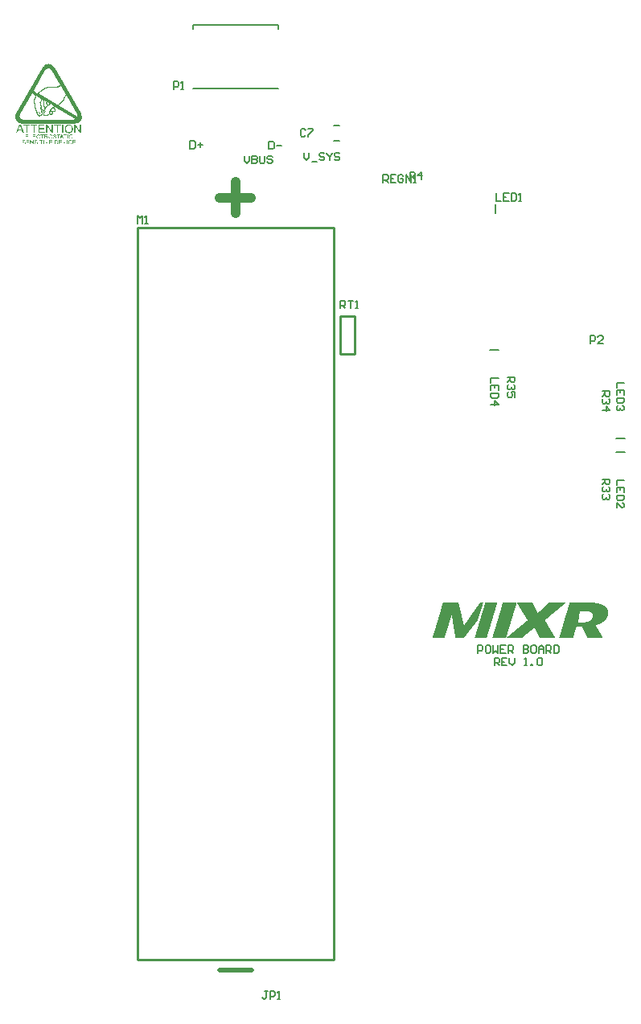
<source format=gto>
G04*
G04 #@! TF.GenerationSoftware,Altium Limited,Altium Designer,20.0.11 (256)*
G04*
G04 Layer_Color=65535*
%FSLAX25Y25*%
%MOIN*%
G70*
G01*
G75*
%ADD10C,0.00787*%
%ADD11C,0.00591*%
%ADD12C,0.00787*%
%ADD13C,0.01000*%
%ADD14C,0.03937*%
%ADD15C,0.01968*%
G36*
X313904Y74870D02*
X313822D01*
Y74787D01*
X313740D01*
Y74705D01*
X313657D01*
Y74623D01*
X313493D01*
Y74541D01*
X313411D01*
Y74459D01*
X313329D01*
Y74376D01*
X313246D01*
Y74294D01*
X313164D01*
Y74212D01*
X313000D01*
Y74129D01*
X312917D01*
Y74047D01*
X312835D01*
Y73965D01*
X312753D01*
Y73883D01*
X312670D01*
Y73800D01*
X312506D01*
Y73718D01*
X312424D01*
Y73636D01*
X312341D01*
Y73554D01*
X312259D01*
Y73471D01*
X312177D01*
Y73389D01*
X312013D01*
Y73307D01*
X311930D01*
Y73225D01*
X311848D01*
Y73143D01*
X311766D01*
Y73060D01*
X311684D01*
Y72978D01*
X311519D01*
Y72896D01*
X311437D01*
Y72813D01*
X311354D01*
Y72731D01*
X311272D01*
Y72649D01*
X311190D01*
Y72567D01*
X311026D01*
Y72485D01*
X310943D01*
Y72402D01*
X310861D01*
Y72320D01*
X310779D01*
Y72238D01*
X310697D01*
Y72156D01*
X310532D01*
Y72073D01*
X310450D01*
Y71991D01*
X310367D01*
Y71909D01*
X310285D01*
Y71827D01*
X310203D01*
Y71744D01*
X310038D01*
Y71662D01*
X309956D01*
Y71580D01*
X309874D01*
Y71498D01*
X309792D01*
Y71415D01*
X309710D01*
Y71333D01*
X309545D01*
Y71251D01*
X309463D01*
Y71169D01*
X309381D01*
Y71086D01*
X309298D01*
Y71004D01*
X309216D01*
Y70922D01*
X309051D01*
Y70840D01*
X308969D01*
Y70757D01*
X308887D01*
Y70675D01*
X308805D01*
Y70593D01*
X308722D01*
Y70511D01*
X308558D01*
Y70428D01*
X308476D01*
Y70346D01*
X308394D01*
Y70264D01*
X308311D01*
Y70182D01*
X308229D01*
Y70099D01*
X308065D01*
Y70017D01*
X307982D01*
Y69935D01*
X307900D01*
Y69853D01*
X307818D01*
Y69770D01*
X307735D01*
Y69688D01*
X307571D01*
Y69606D01*
X307489D01*
Y69524D01*
X307406D01*
Y69441D01*
X307324D01*
Y69359D01*
X307242D01*
Y69277D01*
X307078D01*
Y69195D01*
X306995D01*
Y69112D01*
X306913D01*
Y69030D01*
X306831D01*
Y68948D01*
X306749D01*
Y68866D01*
X306584D01*
Y68783D01*
X306502D01*
Y68701D01*
X306419D01*
Y68619D01*
X306337D01*
Y68537D01*
X306255D01*
Y68454D01*
X306090D01*
Y68372D01*
X306008D01*
Y68290D01*
X305926D01*
Y68208D01*
X305844D01*
Y68125D01*
X305762D01*
Y68043D01*
X305597D01*
Y67961D01*
X305515D01*
Y67879D01*
X305433D01*
Y67796D01*
X305350D01*
Y67714D01*
Y67632D01*
Y67550D01*
X305433D01*
Y67467D01*
X305515D01*
Y67385D01*
Y67303D01*
X305597D01*
Y67221D01*
Y67138D01*
X305679D01*
Y67056D01*
X305762D01*
Y66974D01*
Y66892D01*
X305844D01*
Y66809D01*
Y66727D01*
X305926D01*
Y66645D01*
X306008D01*
Y66563D01*
Y66480D01*
X306090D01*
Y66398D01*
Y66316D01*
X306173D01*
Y66234D01*
X306255D01*
Y66151D01*
Y66069D01*
X306337D01*
Y65987D01*
Y65905D01*
X306419D01*
Y65822D01*
Y65740D01*
X306502D01*
Y65658D01*
X306584D01*
Y65576D01*
Y65493D01*
X306666D01*
Y65411D01*
X306749D01*
Y65329D01*
Y65247D01*
X306831D01*
Y65164D01*
Y65082D01*
X306913D01*
Y65000D01*
X306995D01*
Y64918D01*
Y64835D01*
X307078D01*
Y64753D01*
Y64671D01*
X307160D01*
Y64589D01*
X307242D01*
Y64506D01*
Y64424D01*
X307324D01*
Y64342D01*
Y64260D01*
X307406D01*
Y64177D01*
X307489D01*
Y64095D01*
Y64013D01*
X307571D01*
Y63931D01*
Y63848D01*
X307653D01*
Y63766D01*
X307735D01*
Y63684D01*
Y63602D01*
X307818D01*
Y63519D01*
Y63437D01*
X307900D01*
Y63355D01*
Y63273D01*
X307982D01*
Y63190D01*
X308065D01*
Y63108D01*
Y63026D01*
X308147D01*
Y62944D01*
X308229D01*
Y62861D01*
Y62779D01*
X308311D01*
Y62697D01*
Y62615D01*
X308394D01*
Y62532D01*
X308476D01*
Y62450D01*
Y62368D01*
X308558D01*
Y62286D01*
Y62203D01*
X308640D01*
Y62121D01*
X308722D01*
Y62039D01*
Y61957D01*
X308805D01*
Y61874D01*
Y61792D01*
X308887D01*
Y61710D01*
Y61628D01*
X308969D01*
Y61545D01*
X309051D01*
Y61463D01*
Y61381D01*
X309134D01*
Y61299D01*
Y61216D01*
X309216D01*
Y61134D01*
X309298D01*
Y61052D01*
Y60970D01*
X309381D01*
Y60887D01*
X309463D01*
Y60805D01*
Y60723D01*
X309545D01*
Y60641D01*
Y60558D01*
X309627D01*
Y60476D01*
X303212D01*
Y60558D01*
X303130D01*
Y60641D01*
Y60723D01*
X303047D01*
Y60805D01*
Y60887D01*
X302965D01*
Y60970D01*
X302883D01*
Y61052D01*
Y61134D01*
X302800D01*
Y61216D01*
Y61299D01*
X302718D01*
Y61381D01*
Y61463D01*
X302636D01*
Y61545D01*
Y61628D01*
X302554D01*
Y61710D01*
Y61792D01*
X302471D01*
Y61874D01*
Y61957D01*
X302389D01*
Y62039D01*
Y62121D01*
X302307D01*
Y62203D01*
Y62286D01*
X302225D01*
Y62368D01*
Y62450D01*
X302143D01*
Y62532D01*
Y62615D01*
X302060D01*
Y62697D01*
X301978D01*
Y62779D01*
Y62861D01*
X301896D01*
Y62944D01*
Y63026D01*
X301814D01*
Y63108D01*
Y63190D01*
X301731D01*
Y63273D01*
Y63355D01*
X301649D01*
Y63437D01*
Y63519D01*
X301567D01*
Y63602D01*
Y63684D01*
X301484D01*
Y63766D01*
Y63848D01*
X301402D01*
Y63931D01*
Y64013D01*
X301320D01*
Y64095D01*
Y64177D01*
X301238D01*
Y64260D01*
Y64342D01*
X301155D01*
Y64424D01*
X301073D01*
Y64506D01*
Y64589D01*
X300827D01*
Y64506D01*
X300744D01*
Y64424D01*
X300662D01*
Y64342D01*
X300580D01*
Y64260D01*
X300415D01*
Y64177D01*
X300333D01*
Y64095D01*
X300251D01*
Y64013D01*
X300168D01*
Y63931D01*
X300086D01*
Y63848D01*
X299922D01*
Y63766D01*
X299839D01*
Y63684D01*
X299757D01*
Y63602D01*
X299675D01*
Y63519D01*
X299511D01*
Y63437D01*
X299428D01*
Y63355D01*
X299346D01*
Y63273D01*
X299264D01*
Y63190D01*
X299182D01*
Y63108D01*
X299017D01*
Y63026D01*
X298935D01*
Y62944D01*
X298852D01*
Y62861D01*
X298770D01*
Y62779D01*
X298606D01*
Y62697D01*
X298523D01*
Y62615D01*
X298441D01*
Y62532D01*
X298359D01*
Y62450D01*
X298277D01*
Y62368D01*
X298112D01*
Y62286D01*
X298030D01*
Y62203D01*
X297948D01*
Y62121D01*
X297866D01*
Y62039D01*
X297701D01*
Y61957D01*
X297619D01*
Y61874D01*
X297536D01*
Y61792D01*
X297454D01*
Y61710D01*
X297372D01*
Y61628D01*
X297207D01*
Y61545D01*
X297125D01*
Y61463D01*
X297043D01*
Y61381D01*
X296961D01*
Y61299D01*
X296796D01*
Y61216D01*
X296714D01*
Y61134D01*
X296632D01*
Y61052D01*
X296550D01*
Y60970D01*
X296385D01*
Y60887D01*
X296303D01*
Y60805D01*
X296220D01*
Y60723D01*
X296138D01*
Y60641D01*
X296056D01*
Y60558D01*
X295891D01*
Y60476D01*
X289476D01*
Y60558D01*
X289641D01*
Y60641D01*
X289723D01*
Y60723D01*
X289805D01*
Y60805D01*
X289887D01*
Y60887D01*
X289970D01*
Y60970D01*
X290134D01*
Y61052D01*
X290216D01*
Y61134D01*
X290299D01*
Y61216D01*
X290381D01*
Y61299D01*
X290463D01*
Y61381D01*
X290628D01*
Y61463D01*
X290710D01*
Y61545D01*
X290792D01*
Y61628D01*
X290874D01*
Y61710D01*
X290957D01*
Y61792D01*
X291121D01*
Y61874D01*
X291203D01*
Y61957D01*
X291286D01*
Y62039D01*
X291368D01*
Y62121D01*
X291450D01*
Y62203D01*
X291615D01*
Y62286D01*
X291697D01*
Y62368D01*
X291779D01*
Y62450D01*
X291861D01*
Y62532D01*
X291944D01*
Y62615D01*
X292108D01*
Y62697D01*
X292190D01*
Y62779D01*
X292273D01*
Y62861D01*
X292355D01*
Y62944D01*
X292437D01*
Y63026D01*
X292602D01*
Y63108D01*
X292684D01*
Y63190D01*
X292766D01*
Y63273D01*
X292848D01*
Y63355D01*
X292931D01*
Y63437D01*
X293095D01*
Y63519D01*
X293177D01*
Y63602D01*
X293260D01*
Y63684D01*
X293342D01*
Y63766D01*
X293424D01*
Y63848D01*
X293588D01*
Y63931D01*
X293671D01*
Y64013D01*
X293753D01*
Y64095D01*
X293835D01*
Y64177D01*
X293917D01*
Y64260D01*
X294082D01*
Y64342D01*
X294164D01*
Y64424D01*
X294247D01*
Y64506D01*
X294329D01*
Y64589D01*
X294411D01*
Y64671D01*
X294576D01*
Y64753D01*
X294658D01*
Y64835D01*
X294740D01*
Y64918D01*
X294822D01*
Y65000D01*
X294905D01*
Y65082D01*
X295069D01*
Y65164D01*
X295151D01*
Y65247D01*
X295234D01*
Y65329D01*
X295316D01*
Y65411D01*
X295398D01*
Y65493D01*
X295563D01*
Y65576D01*
X295645D01*
Y65658D01*
X295727D01*
Y65740D01*
X295809D01*
Y65822D01*
X295891D01*
Y65905D01*
X296056D01*
Y65987D01*
X296138D01*
Y66069D01*
X296220D01*
Y66151D01*
X296303D01*
Y66234D01*
X296385D01*
Y66316D01*
X296550D01*
Y66398D01*
X296632D01*
Y66480D01*
X296714D01*
Y66563D01*
X296796D01*
Y66645D01*
X296879D01*
Y66727D01*
X297043D01*
Y66809D01*
X297125D01*
Y66892D01*
X297207D01*
Y66974D01*
X297290D01*
Y67056D01*
X297372D01*
Y67138D01*
X297536D01*
Y67221D01*
X297619D01*
Y67303D01*
X297701D01*
Y67385D01*
X297783D01*
Y67467D01*
X297866D01*
Y67550D01*
X298030D01*
Y67632D01*
X298112D01*
Y67714D01*
Y67796D01*
X298030D01*
Y67879D01*
Y67961D01*
X297948D01*
Y68043D01*
Y68125D01*
X297866D01*
Y68208D01*
X297783D01*
Y68290D01*
Y68372D01*
X297701D01*
Y68454D01*
Y68537D01*
X297619D01*
Y68619D01*
X297536D01*
Y68701D01*
Y68783D01*
X297454D01*
Y68866D01*
Y68948D01*
X297372D01*
Y69030D01*
X297290D01*
Y69112D01*
Y69195D01*
X297207D01*
Y69277D01*
Y69359D01*
X297125D01*
Y69441D01*
X297043D01*
Y69524D01*
Y69606D01*
X296961D01*
Y69688D01*
X296879D01*
Y69770D01*
Y69853D01*
X296796D01*
Y69935D01*
Y70017D01*
X296714D01*
Y70099D01*
Y70182D01*
X296632D01*
Y70264D01*
X296550D01*
Y70346D01*
Y70428D01*
X296467D01*
Y70511D01*
Y70593D01*
X296385D01*
Y70675D01*
X296303D01*
Y70757D01*
Y70840D01*
X296220D01*
Y70922D01*
Y71004D01*
X296138D01*
Y71086D01*
X296056D01*
Y71169D01*
Y71251D01*
X295974D01*
Y71333D01*
Y71415D01*
X295891D01*
Y71498D01*
X295809D01*
Y71580D01*
Y71662D01*
X295727D01*
Y71744D01*
Y71827D01*
X295645D01*
Y71909D01*
X295563D01*
Y71991D01*
Y72073D01*
X295480D01*
Y72156D01*
X295398D01*
Y72238D01*
Y72320D01*
X295316D01*
Y72402D01*
Y72485D01*
X295234D01*
Y72567D01*
Y72649D01*
X295151D01*
Y72731D01*
X295069D01*
Y72813D01*
Y72896D01*
X294987D01*
Y72978D01*
Y73060D01*
X294905D01*
Y73143D01*
X294822D01*
Y73225D01*
Y73307D01*
X294740D01*
Y73389D01*
Y73471D01*
X294658D01*
Y73554D01*
X294576D01*
Y73636D01*
Y73718D01*
X294493D01*
Y73800D01*
Y73883D01*
X294411D01*
Y73965D01*
X294329D01*
Y74047D01*
Y74129D01*
X294247D01*
Y74212D01*
Y74294D01*
X294164D01*
Y74376D01*
X294082D01*
Y74459D01*
Y74541D01*
X294000D01*
Y74623D01*
Y74705D01*
X293917D01*
Y74787D01*
X293835D01*
Y74870D01*
Y74952D01*
X300251D01*
Y74870D01*
Y74787D01*
X300333D01*
Y74705D01*
X300415D01*
Y74623D01*
Y74541D01*
X300498D01*
Y74459D01*
Y74376D01*
X300580D01*
Y74294D01*
Y74212D01*
X300662D01*
Y74129D01*
Y74047D01*
X300744D01*
Y73965D01*
Y73883D01*
X300827D01*
Y73800D01*
Y73718D01*
X300909D01*
Y73636D01*
Y73554D01*
X300991D01*
Y73471D01*
Y73389D01*
X301073D01*
Y73307D01*
Y73225D01*
X301155D01*
Y73143D01*
X301238D01*
Y73060D01*
Y72978D01*
X301320D01*
Y72896D01*
Y72813D01*
X301402D01*
Y72731D01*
Y72649D01*
X301484D01*
Y72567D01*
Y72485D01*
X301567D01*
Y72402D01*
Y72320D01*
X301649D01*
Y72238D01*
Y72156D01*
X301731D01*
Y72073D01*
Y71991D01*
X301814D01*
Y71909D01*
Y71827D01*
X301896D01*
Y71744D01*
Y71662D01*
X301978D01*
Y71580D01*
X302060D01*
Y71498D01*
Y71415D01*
X302143D01*
Y71333D01*
Y71251D01*
X302225D01*
Y71169D01*
Y71086D01*
X302307D01*
Y71004D01*
Y70922D01*
X302389D01*
Y70840D01*
X302554D01*
Y70922D01*
X302636D01*
Y71004D01*
X302718D01*
Y71086D01*
X302800D01*
Y71169D01*
X302883D01*
Y71251D01*
X302965D01*
Y71333D01*
X303047D01*
Y71415D01*
X303130D01*
Y71498D01*
X303212D01*
Y71580D01*
X303376D01*
Y71662D01*
X303458D01*
Y71744D01*
X303541D01*
Y71827D01*
X303623D01*
Y71909D01*
X303705D01*
Y71991D01*
X303787D01*
Y72073D01*
X303870D01*
Y72156D01*
X303952D01*
Y72238D01*
X304034D01*
Y72320D01*
X304117D01*
Y72402D01*
X304199D01*
Y72485D01*
X304281D01*
Y72567D01*
X304363D01*
Y72649D01*
X304446D01*
Y72731D01*
X304528D01*
Y72813D01*
X304610D01*
Y72896D01*
X304692D01*
Y72978D01*
X304774D01*
Y73060D01*
X304857D01*
Y73143D01*
X304939D01*
Y73225D01*
X305103D01*
Y73307D01*
X305186D01*
Y73389D01*
X305268D01*
Y73471D01*
X305350D01*
Y73554D01*
X305433D01*
Y73636D01*
X305515D01*
Y73718D01*
X305597D01*
Y73800D01*
X305679D01*
Y73883D01*
X305762D01*
Y73965D01*
X305844D01*
Y74047D01*
X305926D01*
Y74129D01*
X306008D01*
Y74212D01*
X306090D01*
Y74294D01*
X306173D01*
Y74376D01*
X306255D01*
Y74459D01*
X306337D01*
Y74541D01*
X306419D01*
Y74623D01*
X306502D01*
Y74705D01*
X306584D01*
Y74787D01*
X306666D01*
Y74870D01*
X306749D01*
Y74952D01*
X313904D01*
Y74870D01*
D02*
G37*
G36*
X279771D02*
X279688D01*
Y74787D01*
Y74705D01*
Y74623D01*
X279606D01*
Y74541D01*
Y74459D01*
Y74376D01*
Y74294D01*
X279524D01*
Y74212D01*
Y74129D01*
Y74047D01*
X279442D01*
Y73965D01*
Y73883D01*
Y73800D01*
X279359D01*
Y73718D01*
Y73636D01*
Y73554D01*
X279277D01*
Y73471D01*
Y73389D01*
Y73307D01*
X279195D01*
Y73225D01*
Y73143D01*
Y73060D01*
X279113D01*
Y72978D01*
Y72896D01*
Y72813D01*
Y72731D01*
X279030D01*
Y72649D01*
Y72567D01*
Y72485D01*
X278948D01*
Y72402D01*
Y72320D01*
Y72238D01*
X278866D01*
Y72156D01*
Y72073D01*
Y71991D01*
X278784D01*
Y71909D01*
Y71827D01*
Y71744D01*
X278701D01*
Y71662D01*
Y71580D01*
Y71498D01*
Y71415D01*
X278619D01*
Y71333D01*
Y71251D01*
Y71169D01*
X278537D01*
Y71086D01*
Y71004D01*
Y70922D01*
X278455D01*
Y70840D01*
Y70757D01*
Y70675D01*
X278372D01*
Y70593D01*
Y70511D01*
Y70428D01*
X278290D01*
Y70346D01*
Y70264D01*
Y70182D01*
Y70099D01*
X278208D01*
Y70017D01*
Y69935D01*
Y69853D01*
X278126D01*
Y69770D01*
Y69688D01*
Y69606D01*
X278043D01*
Y69524D01*
Y69441D01*
Y69359D01*
X277961D01*
Y69277D01*
Y69195D01*
Y69112D01*
X277879D01*
Y69030D01*
Y68948D01*
Y68866D01*
X277797D01*
Y68783D01*
Y68701D01*
Y68619D01*
Y68537D01*
X277714D01*
Y68454D01*
Y68372D01*
Y68290D01*
X277632D01*
Y68208D01*
Y68125D01*
Y68043D01*
X277550D01*
Y67961D01*
Y67879D01*
Y67796D01*
Y67714D01*
X277468D01*
Y67632D01*
X277385D01*
Y67550D01*
X277303D01*
Y67467D01*
Y67385D01*
X277221D01*
Y67303D01*
X277139D01*
Y67221D01*
X277056D01*
Y67138D01*
X276974D01*
Y67056D01*
Y66974D01*
X276892D01*
Y66892D01*
X276810D01*
Y66809D01*
X276727D01*
Y66727D01*
X276645D01*
Y66645D01*
Y66563D01*
X276563D01*
Y66480D01*
X276481D01*
Y66398D01*
X276398D01*
Y66316D01*
Y66234D01*
X276316D01*
Y66151D01*
X276234D01*
Y66069D01*
X276152D01*
Y65987D01*
X276069D01*
Y65905D01*
Y65822D01*
X275987D01*
Y65740D01*
X275905D01*
Y65658D01*
X275823D01*
Y65576D01*
X275740D01*
Y65493D01*
Y65411D01*
X275658D01*
Y65329D01*
X275576D01*
Y65247D01*
X275494D01*
Y65164D01*
X275411D01*
Y65082D01*
Y65000D01*
X275329D01*
Y64918D01*
X275247D01*
Y64835D01*
X275165D01*
Y64753D01*
Y64671D01*
X275082D01*
Y64589D01*
X275000D01*
Y64506D01*
X274918D01*
Y64424D01*
X274836D01*
Y64342D01*
Y64260D01*
X274753D01*
Y64177D01*
X274671D01*
Y64095D01*
X274589D01*
Y64013D01*
X274507D01*
Y63931D01*
Y63848D01*
X274424D01*
Y63766D01*
X274342D01*
Y63684D01*
X274260D01*
Y63602D01*
Y63519D01*
X274178D01*
Y63437D01*
X274095D01*
Y63355D01*
X274013D01*
Y63273D01*
X273931D01*
Y63190D01*
Y63108D01*
X273849D01*
Y63026D01*
X273766D01*
Y62944D01*
X273684D01*
Y62861D01*
X273602D01*
Y62779D01*
Y62697D01*
X273520D01*
Y62615D01*
X273437D01*
Y62532D01*
X273355D01*
Y62450D01*
Y62368D01*
X273273D01*
Y62286D01*
X273191D01*
Y62203D01*
X273108D01*
Y62121D01*
X273026D01*
Y62039D01*
Y61957D01*
X272944D01*
Y61874D01*
X272862D01*
Y61792D01*
X272779D01*
Y61710D01*
X272697D01*
Y61628D01*
Y61545D01*
X272615D01*
Y61463D01*
X272533D01*
Y61381D01*
X272450D01*
Y61299D01*
Y61216D01*
X272368D01*
Y61134D01*
X272286D01*
Y61052D01*
X272204D01*
Y60970D01*
X272121D01*
Y60887D01*
Y60805D01*
X272039D01*
Y60723D01*
X271957D01*
Y60641D01*
X271875D01*
Y60558D01*
X271792D01*
Y60476D01*
X268173D01*
Y60558D01*
Y60641D01*
Y60723D01*
Y60805D01*
Y60887D01*
Y60970D01*
X268091D01*
Y61052D01*
Y61134D01*
Y61216D01*
Y61299D01*
Y61381D01*
Y61463D01*
Y61545D01*
X268009D01*
Y61628D01*
Y61710D01*
Y61792D01*
Y61874D01*
Y61957D01*
Y62039D01*
X267927D01*
Y62121D01*
Y62203D01*
Y62286D01*
Y62368D01*
Y62450D01*
Y62532D01*
X267844D01*
Y62615D01*
Y62697D01*
Y62779D01*
Y62861D01*
Y62944D01*
Y63026D01*
Y63108D01*
X267762D01*
Y63190D01*
Y63273D01*
Y63355D01*
Y63437D01*
Y63519D01*
Y63602D01*
X267680D01*
Y63684D01*
Y63766D01*
Y63848D01*
Y63931D01*
Y64013D01*
Y64095D01*
Y64177D01*
X267598D01*
Y64260D01*
Y64342D01*
Y64424D01*
Y64506D01*
Y64589D01*
Y64671D01*
X267515D01*
Y64753D01*
Y64835D01*
Y64918D01*
Y65000D01*
Y65082D01*
Y65164D01*
Y65247D01*
X267433D01*
Y65329D01*
Y65411D01*
Y65493D01*
Y65576D01*
Y65658D01*
Y65740D01*
X267351D01*
Y65822D01*
Y65905D01*
Y65987D01*
Y66069D01*
Y66151D01*
Y66234D01*
X267269D01*
Y66316D01*
Y66398D01*
Y66480D01*
Y66563D01*
Y66645D01*
Y66727D01*
Y66809D01*
X267186D01*
Y66892D01*
Y66974D01*
Y67056D01*
Y67138D01*
Y67221D01*
Y67303D01*
X267104D01*
Y67385D01*
Y67467D01*
Y67550D01*
Y67632D01*
Y67714D01*
Y67796D01*
Y67879D01*
X267022D01*
Y67961D01*
Y68043D01*
Y68125D01*
Y68208D01*
Y68290D01*
Y68372D01*
X266940D01*
Y68454D01*
Y68537D01*
Y68619D01*
Y68701D01*
Y68783D01*
Y68866D01*
Y68948D01*
X266857D01*
Y69030D01*
Y69112D01*
Y69195D01*
Y69277D01*
Y69359D01*
Y69441D01*
X266775D01*
Y69524D01*
Y69606D01*
Y69688D01*
Y69770D01*
Y69853D01*
X266611D01*
Y69770D01*
Y69688D01*
Y69606D01*
Y69524D01*
X266528D01*
Y69441D01*
Y69359D01*
Y69277D01*
X266446D01*
Y69195D01*
Y69112D01*
Y69030D01*
X266364D01*
Y68948D01*
Y68866D01*
Y68783D01*
X266282D01*
Y68701D01*
Y68619D01*
Y68537D01*
Y68454D01*
X266199D01*
Y68372D01*
Y68290D01*
Y68208D01*
X266117D01*
Y68125D01*
Y68043D01*
Y67961D01*
X266035D01*
Y67879D01*
Y67796D01*
Y67714D01*
X265953D01*
Y67632D01*
Y67550D01*
Y67467D01*
X265870D01*
Y67385D01*
Y67303D01*
Y67221D01*
Y67138D01*
X265788D01*
Y67056D01*
Y66974D01*
Y66892D01*
X265706D01*
Y66809D01*
Y66727D01*
Y66645D01*
X265624D01*
Y66563D01*
Y66480D01*
Y66398D01*
X265541D01*
Y66316D01*
Y66234D01*
Y66151D01*
Y66069D01*
X265459D01*
Y65987D01*
Y65905D01*
Y65822D01*
X265377D01*
Y65740D01*
Y65658D01*
Y65576D01*
X265295D01*
Y65493D01*
Y65411D01*
Y65329D01*
X265212D01*
Y65247D01*
Y65164D01*
Y65082D01*
X265130D01*
Y65000D01*
Y64918D01*
Y64835D01*
Y64753D01*
X265048D01*
Y64671D01*
Y64589D01*
Y64506D01*
X264966D01*
Y64424D01*
Y64342D01*
Y64260D01*
X264883D01*
Y64177D01*
Y64095D01*
Y64013D01*
X264801D01*
Y63931D01*
Y63848D01*
Y63766D01*
X264719D01*
Y63684D01*
Y63602D01*
Y63519D01*
Y63437D01*
X264637D01*
Y63355D01*
Y63273D01*
Y63190D01*
X264554D01*
Y63108D01*
Y63026D01*
Y62944D01*
X264472D01*
Y62861D01*
Y62779D01*
Y62697D01*
X264390D01*
Y62615D01*
Y62532D01*
Y62450D01*
Y62368D01*
X264308D01*
Y62286D01*
Y62203D01*
Y62121D01*
X264225D01*
Y62039D01*
Y61957D01*
Y61874D01*
X264143D01*
Y61792D01*
Y61710D01*
Y61628D01*
X264061D01*
Y61545D01*
Y61463D01*
Y61381D01*
X263979D01*
Y61299D01*
Y61216D01*
Y61134D01*
Y61052D01*
X263896D01*
Y60970D01*
Y60887D01*
Y60805D01*
X263814D01*
Y60723D01*
Y60641D01*
Y60558D01*
Y60476D01*
X258715D01*
Y60558D01*
X258797D01*
Y60641D01*
Y60723D01*
X258879D01*
Y60805D01*
Y60887D01*
Y60970D01*
X258961D01*
Y61052D01*
Y61134D01*
Y61216D01*
Y61299D01*
X259044D01*
Y61381D01*
Y61463D01*
Y61545D01*
X259126D01*
Y61628D01*
Y61710D01*
Y61792D01*
Y61874D01*
X259208D01*
Y61957D01*
Y62039D01*
Y62121D01*
X259290D01*
Y62203D01*
Y62286D01*
Y62368D01*
X259373D01*
Y62450D01*
Y62532D01*
Y62615D01*
Y62697D01*
X259455D01*
Y62779D01*
Y62861D01*
Y62944D01*
X259537D01*
Y63026D01*
Y63108D01*
Y63190D01*
X259619D01*
Y63273D01*
Y63355D01*
Y63437D01*
X259702D01*
Y63519D01*
Y63602D01*
Y63684D01*
Y63766D01*
X259784D01*
Y63848D01*
Y63931D01*
Y64013D01*
X259866D01*
Y64095D01*
Y64177D01*
Y64260D01*
Y64342D01*
X259948D01*
Y64424D01*
Y64506D01*
Y64589D01*
X260031D01*
Y64671D01*
Y64753D01*
Y64835D01*
X260113D01*
Y64918D01*
Y65000D01*
Y65082D01*
Y65164D01*
X260195D01*
Y65247D01*
Y65329D01*
Y65411D01*
X260277D01*
Y65493D01*
Y65576D01*
Y65658D01*
X260360D01*
Y65740D01*
Y65822D01*
Y65905D01*
Y65987D01*
X260442D01*
Y66069D01*
Y66151D01*
Y66234D01*
X260524D01*
Y66316D01*
Y66398D01*
Y66480D01*
X260606D01*
Y66563D01*
Y66645D01*
Y66727D01*
Y66809D01*
X260689D01*
Y66892D01*
Y66974D01*
Y67056D01*
X260771D01*
Y67138D01*
Y67221D01*
Y67303D01*
X260853D01*
Y67385D01*
Y67467D01*
Y67550D01*
Y67632D01*
X260935D01*
Y67714D01*
Y67796D01*
Y67879D01*
X261018D01*
Y67961D01*
Y68043D01*
Y68125D01*
X261100D01*
Y68208D01*
Y68290D01*
Y68372D01*
Y68454D01*
X261182D01*
Y68537D01*
Y68619D01*
Y68701D01*
X261264D01*
Y68783D01*
Y68866D01*
Y68948D01*
X261347D01*
Y69030D01*
Y69112D01*
Y69195D01*
Y69277D01*
X261429D01*
Y69359D01*
Y69441D01*
Y69524D01*
X261511D01*
Y69606D01*
Y69688D01*
Y69770D01*
X261593D01*
Y69853D01*
Y69935D01*
Y70017D01*
Y70099D01*
X261676D01*
Y70182D01*
Y70264D01*
Y70346D01*
X261758D01*
Y70428D01*
Y70511D01*
Y70593D01*
X261840D01*
Y70675D01*
Y70757D01*
Y70840D01*
Y70922D01*
X261922D01*
Y71004D01*
Y71086D01*
Y71169D01*
X262005D01*
Y71251D01*
Y71333D01*
Y71415D01*
X262087D01*
Y71498D01*
Y71580D01*
Y71662D01*
Y71744D01*
X262169D01*
Y71827D01*
Y71909D01*
Y71991D01*
X262251D01*
Y72073D01*
Y72156D01*
Y72238D01*
X262334D01*
Y72320D01*
Y72402D01*
Y72485D01*
Y72567D01*
X262416D01*
Y72649D01*
Y72731D01*
Y72813D01*
X262498D01*
Y72896D01*
Y72978D01*
Y73060D01*
X262580D01*
Y73143D01*
Y73225D01*
Y73307D01*
Y73389D01*
X262663D01*
Y73471D01*
Y73554D01*
Y73636D01*
X262745D01*
Y73718D01*
Y73800D01*
Y73883D01*
X262827D01*
Y73965D01*
Y74047D01*
Y74129D01*
Y74212D01*
X262909D01*
Y74294D01*
Y74376D01*
Y74459D01*
X262992D01*
Y74541D01*
Y74623D01*
Y74705D01*
X263074D01*
Y74787D01*
Y74870D01*
Y74952D01*
X269572D01*
Y74870D01*
Y74787D01*
X269654D01*
Y74705D01*
Y74623D01*
Y74541D01*
Y74459D01*
X269736D01*
Y74376D01*
Y74294D01*
Y74212D01*
Y74129D01*
X269818D01*
Y74047D01*
Y73965D01*
Y73883D01*
Y73800D01*
Y73718D01*
X269901D01*
Y73636D01*
Y73554D01*
Y73471D01*
Y73389D01*
X269983D01*
Y73307D01*
Y73225D01*
Y73143D01*
Y73060D01*
X270065D01*
Y72978D01*
Y72896D01*
Y72813D01*
Y72731D01*
X270147D01*
Y72649D01*
Y72567D01*
Y72485D01*
Y72402D01*
Y72320D01*
X270230D01*
Y72238D01*
Y72156D01*
Y72073D01*
Y71991D01*
X270312D01*
Y71909D01*
Y71827D01*
Y71744D01*
Y71662D01*
X270394D01*
Y71580D01*
Y71498D01*
Y71415D01*
Y71333D01*
Y71251D01*
X270476D01*
Y71169D01*
Y71086D01*
Y71004D01*
Y70922D01*
X270559D01*
Y70840D01*
Y70757D01*
Y70675D01*
Y70593D01*
X270641D01*
Y70511D01*
Y70428D01*
Y70346D01*
Y70264D01*
X270723D01*
Y70182D01*
Y70099D01*
Y70017D01*
Y69935D01*
Y69853D01*
X270805D01*
Y69770D01*
Y69688D01*
Y69606D01*
Y69524D01*
X270888D01*
Y69441D01*
Y69359D01*
Y69277D01*
Y69195D01*
X270970D01*
Y69112D01*
Y69030D01*
Y68948D01*
Y68866D01*
Y68783D01*
X271052D01*
Y68701D01*
Y68619D01*
Y68537D01*
Y68454D01*
X271134D01*
Y68372D01*
Y68290D01*
Y68208D01*
Y68125D01*
X271217D01*
Y68043D01*
Y67961D01*
Y67879D01*
Y67796D01*
X271299D01*
Y67714D01*
Y67632D01*
Y67550D01*
Y67467D01*
Y67385D01*
X271381D01*
Y67303D01*
Y67221D01*
Y67138D01*
Y67056D01*
X271463D01*
Y66974D01*
Y66892D01*
Y66809D01*
Y66727D01*
X271546D01*
Y66645D01*
Y66563D01*
Y66480D01*
Y66398D01*
Y66316D01*
X271628D01*
Y66234D01*
Y66151D01*
Y66069D01*
Y65987D01*
X271710D01*
Y65905D01*
Y65822D01*
Y65740D01*
Y65658D01*
Y65576D01*
X271875D01*
Y65658D01*
X271957D01*
Y65740D01*
Y65822D01*
X272039D01*
Y65905D01*
X272121D01*
Y65987D01*
Y66069D01*
X272204D01*
Y66151D01*
X272286D01*
Y66234D01*
Y66316D01*
X272368D01*
Y66398D01*
X272450D01*
Y66480D01*
X272533D01*
Y66563D01*
Y66645D01*
X272615D01*
Y66727D01*
X272697D01*
Y66809D01*
Y66892D01*
X272779D01*
Y66974D01*
X272862D01*
Y67056D01*
Y67138D01*
X272944D01*
Y67221D01*
X273026D01*
Y67303D01*
X273108D01*
Y67385D01*
Y67467D01*
X273191D01*
Y67550D01*
X273273D01*
Y67632D01*
Y67714D01*
X273355D01*
Y67796D01*
X273437D01*
Y67879D01*
Y67961D01*
X273520D01*
Y68043D01*
X273602D01*
Y68125D01*
X273684D01*
Y68208D01*
Y68290D01*
X273766D01*
Y68372D01*
X273849D01*
Y68454D01*
Y68537D01*
X273931D01*
Y68619D01*
X274013D01*
Y68701D01*
Y68783D01*
X274095D01*
Y68866D01*
X274178D01*
Y68948D01*
X274260D01*
Y69030D01*
Y69112D01*
X274342D01*
Y69195D01*
X274424D01*
Y69277D01*
Y69359D01*
X274507D01*
Y69441D01*
X274589D01*
Y69524D01*
Y69606D01*
X274671D01*
Y69688D01*
X274753D01*
Y69770D01*
X274836D01*
Y69853D01*
Y69935D01*
X274918D01*
Y70017D01*
X275000D01*
Y70099D01*
Y70182D01*
X275082D01*
Y70264D01*
X275165D01*
Y70346D01*
Y70428D01*
X275247D01*
Y70511D01*
X275329D01*
Y70593D01*
X275411D01*
Y70675D01*
Y70757D01*
X275494D01*
Y70840D01*
X275576D01*
Y70922D01*
Y71004D01*
X275658D01*
Y71086D01*
X275740D01*
Y71169D01*
Y71251D01*
X275823D01*
Y71333D01*
X275905D01*
Y71415D01*
X275987D01*
Y71498D01*
Y71580D01*
X276069D01*
Y71662D01*
X276152D01*
Y71744D01*
Y71827D01*
X276234D01*
Y71909D01*
X276316D01*
Y71991D01*
Y72073D01*
X276398D01*
Y72156D01*
X276481D01*
Y72238D01*
X276563D01*
Y72320D01*
Y72402D01*
X276645D01*
Y72485D01*
X276727D01*
Y72567D01*
Y72649D01*
X276810D01*
Y72731D01*
X276892D01*
Y72813D01*
Y72896D01*
X276974D01*
Y72978D01*
X277056D01*
Y73060D01*
X277139D01*
Y73143D01*
Y73225D01*
X277221D01*
Y73307D01*
X277303D01*
Y73389D01*
Y73471D01*
X277385D01*
Y73554D01*
X277468D01*
Y73636D01*
Y73718D01*
X277550D01*
Y73800D01*
X277632D01*
Y73883D01*
X277714D01*
Y73965D01*
Y74047D01*
X277797D01*
Y74129D01*
X277879D01*
Y74212D01*
Y74294D01*
X277961D01*
Y74376D01*
X278043D01*
Y74459D01*
Y74541D01*
X278126D01*
Y74623D01*
X278208D01*
Y74705D01*
X278290D01*
Y74787D01*
Y74870D01*
X278372D01*
Y74952D01*
X279771D01*
Y74870D01*
D02*
G37*
G36*
X326077D02*
X326817D01*
Y74787D01*
X327311D01*
Y74705D01*
X327640D01*
Y74623D01*
X327969D01*
Y74541D01*
X328216D01*
Y74459D01*
X328462D01*
Y74376D01*
X328709D01*
Y74294D01*
X328874D01*
Y74212D01*
X329120D01*
Y74129D01*
X329285D01*
Y74047D01*
X329449D01*
Y73965D01*
X329532D01*
Y73883D01*
X329696D01*
Y73800D01*
X329861D01*
Y73718D01*
X329943D01*
Y73636D01*
X330025D01*
Y73554D01*
X330190D01*
Y73471D01*
X330272D01*
Y73389D01*
X330354D01*
Y73307D01*
X330436D01*
Y73225D01*
X330519D01*
Y73143D01*
X330601D01*
Y73060D01*
X330683D01*
Y72978D01*
X330765D01*
Y72896D01*
X330848D01*
Y72813D01*
X330930D01*
Y72731D01*
Y72649D01*
X331012D01*
Y72567D01*
X331094D01*
Y72485D01*
Y72402D01*
X331177D01*
Y72320D01*
Y72238D01*
X331259D01*
Y72156D01*
Y72073D01*
X331341D01*
Y71991D01*
Y71909D01*
X331423D01*
Y71827D01*
Y71744D01*
Y71662D01*
Y71580D01*
X331506D01*
Y71498D01*
Y71415D01*
Y71333D01*
Y71251D01*
Y71169D01*
Y71086D01*
X331588D01*
Y71004D01*
Y70922D01*
Y70840D01*
Y70757D01*
Y70675D01*
Y70593D01*
Y70511D01*
X331506D01*
Y70428D01*
Y70346D01*
Y70264D01*
Y70182D01*
Y70099D01*
Y70017D01*
Y69935D01*
X331423D01*
Y69853D01*
Y69770D01*
Y69688D01*
Y69606D01*
X331341D01*
Y69524D01*
Y69441D01*
Y69359D01*
X331259D01*
Y69277D01*
Y69195D01*
X331177D01*
Y69112D01*
Y69030D01*
Y68948D01*
X331094D01*
Y68866D01*
Y68783D01*
X331012D01*
Y68701D01*
X330930D01*
Y68619D01*
Y68537D01*
X330848D01*
Y68454D01*
Y68372D01*
X330765D01*
Y68290D01*
X330683D01*
Y68208D01*
X330601D01*
Y68125D01*
Y68043D01*
X330519D01*
Y67961D01*
X330436D01*
Y67879D01*
X330354D01*
Y67796D01*
X330272D01*
Y67714D01*
X330190D01*
Y67632D01*
X330107D01*
Y67550D01*
X330025D01*
Y67467D01*
X329943D01*
Y67385D01*
X329861D01*
Y67303D01*
X329778D01*
Y67221D01*
X329614D01*
Y67138D01*
X329532D01*
Y67056D01*
X329449D01*
Y66974D01*
X329285D01*
Y66892D01*
X329203D01*
Y66809D01*
X329038D01*
Y66727D01*
X328874D01*
Y66645D01*
X328791D01*
Y66563D01*
X328627D01*
Y66480D01*
X328462D01*
Y66398D01*
X328298D01*
Y66316D01*
X328133D01*
Y66234D01*
X327969D01*
Y66151D01*
X327722D01*
Y66069D01*
X327558D01*
Y65987D01*
X327311D01*
Y65905D01*
X327064D01*
Y65822D01*
X326817D01*
Y65740D01*
X326488D01*
Y65658D01*
Y65576D01*
Y65493D01*
X326571D01*
Y65411D01*
Y65329D01*
X326653D01*
Y65247D01*
Y65164D01*
X326735D01*
Y65082D01*
X326817D01*
Y65000D01*
Y64918D01*
X326900D01*
Y64835D01*
Y64753D01*
X326982D01*
Y64671D01*
Y64589D01*
X327064D01*
Y64506D01*
Y64424D01*
X327146D01*
Y64342D01*
X327229D01*
Y64260D01*
Y64177D01*
X327311D01*
Y64095D01*
Y64013D01*
X327393D01*
Y63931D01*
Y63848D01*
X327475D01*
Y63766D01*
X327558D01*
Y63684D01*
Y63602D01*
X327640D01*
Y63519D01*
Y63437D01*
X327722D01*
Y63355D01*
Y63273D01*
X327804D01*
Y63190D01*
Y63108D01*
X327887D01*
Y63026D01*
X327969D01*
Y62944D01*
Y62861D01*
X328051D01*
Y62779D01*
Y62697D01*
X328133D01*
Y62615D01*
Y62532D01*
X328216D01*
Y62450D01*
X328298D01*
Y62368D01*
Y62286D01*
X328380D01*
Y62203D01*
Y62121D01*
X328462D01*
Y62039D01*
Y61957D01*
X328545D01*
Y61874D01*
Y61792D01*
X328627D01*
Y61710D01*
X328709D01*
Y61628D01*
Y61545D01*
X328791D01*
Y61463D01*
Y61381D01*
X328874D01*
Y61299D01*
Y61216D01*
X328956D01*
Y61134D01*
Y61052D01*
X329038D01*
Y60970D01*
X329120D01*
Y60887D01*
Y60805D01*
X329203D01*
Y60723D01*
Y60641D01*
X329285D01*
Y60558D01*
X329367D01*
Y60476D01*
X322869D01*
Y60558D01*
Y60641D01*
X322787D01*
Y60723D01*
Y60805D01*
X322705D01*
Y60887D01*
Y60970D01*
X322623D01*
Y61052D01*
Y61134D01*
X322540D01*
Y61216D01*
Y61299D01*
X322458D01*
Y61381D01*
Y61463D01*
Y61545D01*
X322376D01*
Y61628D01*
Y61710D01*
X322294D01*
Y61792D01*
Y61874D01*
X322211D01*
Y61957D01*
Y62039D01*
X322129D01*
Y62121D01*
Y62203D01*
X322047D01*
Y62286D01*
Y62368D01*
X321965D01*
Y62450D01*
Y62532D01*
X321882D01*
Y62615D01*
Y62697D01*
Y62779D01*
X321800D01*
Y62861D01*
Y62944D01*
X321718D01*
Y63026D01*
Y63108D01*
X321636D01*
Y63190D01*
Y63273D01*
X321553D01*
Y63355D01*
Y63437D01*
X321471D01*
Y63519D01*
Y63602D01*
X321389D01*
Y63684D01*
Y63766D01*
X321307D01*
Y63848D01*
Y63931D01*
Y64013D01*
X321224D01*
Y64095D01*
Y64177D01*
X321142D01*
Y64260D01*
Y64342D01*
X321060D01*
Y64424D01*
Y64506D01*
X320978D01*
Y64589D01*
Y64671D01*
X320896D01*
Y64753D01*
Y64835D01*
X320813D01*
Y64918D01*
Y65000D01*
X320731D01*
Y65082D01*
Y65164D01*
X318428D01*
Y65082D01*
Y65000D01*
X318346D01*
Y64918D01*
Y64835D01*
Y64753D01*
Y64671D01*
X318264D01*
Y64589D01*
Y64506D01*
Y64424D01*
X318181D01*
Y64342D01*
Y64260D01*
Y64177D01*
X318099D01*
Y64095D01*
Y64013D01*
Y63931D01*
X318017D01*
Y63848D01*
Y63766D01*
Y63684D01*
X317934D01*
Y63602D01*
Y63519D01*
Y63437D01*
Y63355D01*
X317852D01*
Y63273D01*
Y63190D01*
Y63108D01*
X317770D01*
Y63026D01*
Y62944D01*
Y62861D01*
X317688D01*
Y62779D01*
Y62697D01*
Y62615D01*
X317605D01*
Y62532D01*
Y62450D01*
Y62368D01*
Y62286D01*
X317523D01*
Y62203D01*
Y62121D01*
Y62039D01*
X317441D01*
Y61957D01*
Y61874D01*
Y61792D01*
X317359D01*
Y61710D01*
Y61628D01*
Y61545D01*
X317277D01*
Y61463D01*
Y61381D01*
Y61299D01*
X317194D01*
Y61216D01*
Y61134D01*
Y61052D01*
Y60970D01*
X317112D01*
Y60887D01*
Y60805D01*
Y60723D01*
X317030D01*
Y60641D01*
Y60558D01*
Y60476D01*
X311272D01*
Y60558D01*
Y60641D01*
X311354D01*
Y60723D01*
Y60805D01*
Y60887D01*
X311437D01*
Y60970D01*
Y61052D01*
Y61134D01*
X311519D01*
Y61216D01*
Y61299D01*
Y61381D01*
Y61463D01*
X311601D01*
Y61545D01*
Y61628D01*
Y61710D01*
X311684D01*
Y61792D01*
Y61874D01*
Y61957D01*
X311766D01*
Y62039D01*
Y62121D01*
Y62203D01*
Y62286D01*
X311848D01*
Y62368D01*
Y62450D01*
Y62532D01*
X311930D01*
Y62615D01*
Y62697D01*
Y62779D01*
X312013D01*
Y62861D01*
Y62944D01*
Y63026D01*
Y63108D01*
X312095D01*
Y63190D01*
Y63273D01*
Y63355D01*
X312177D01*
Y63437D01*
Y63519D01*
Y63602D01*
X312259D01*
Y63684D01*
Y63766D01*
Y63848D01*
Y63931D01*
X312341D01*
Y64013D01*
Y64095D01*
Y64177D01*
X312424D01*
Y64260D01*
Y64342D01*
Y64424D01*
X312506D01*
Y64506D01*
Y64589D01*
Y64671D01*
Y64753D01*
X312588D01*
Y64835D01*
Y64918D01*
Y65000D01*
X312670D01*
Y65082D01*
Y65164D01*
Y65247D01*
X312753D01*
Y65329D01*
Y65411D01*
Y65493D01*
Y65576D01*
X312835D01*
Y65658D01*
Y65740D01*
Y65822D01*
X312917D01*
Y65905D01*
Y65987D01*
Y66069D01*
Y66151D01*
X313000D01*
Y66234D01*
Y66316D01*
Y66398D01*
X313082D01*
Y66480D01*
Y66563D01*
Y66645D01*
X313164D01*
Y66727D01*
Y66809D01*
Y66892D01*
X313246D01*
Y66974D01*
Y67056D01*
Y67138D01*
Y67221D01*
X313329D01*
Y67303D01*
Y67385D01*
Y67467D01*
X313411D01*
Y67550D01*
Y67632D01*
Y67714D01*
X313493D01*
Y67796D01*
Y67879D01*
Y67961D01*
Y68043D01*
X313575D01*
Y68125D01*
Y68208D01*
Y68290D01*
X313657D01*
Y68372D01*
Y68454D01*
Y68537D01*
Y68619D01*
X313740D01*
Y68701D01*
Y68783D01*
Y68866D01*
X313822D01*
Y68948D01*
Y69030D01*
Y69112D01*
X313904D01*
Y69195D01*
Y69277D01*
Y69359D01*
X313986D01*
Y69441D01*
Y69524D01*
Y69606D01*
Y69688D01*
X314069D01*
Y69770D01*
Y69853D01*
Y69935D01*
X314151D01*
Y70017D01*
Y70099D01*
Y70182D01*
X314233D01*
Y70264D01*
Y70346D01*
Y70428D01*
Y70511D01*
X314316D01*
Y70593D01*
Y70675D01*
Y70757D01*
X314398D01*
Y70840D01*
Y70922D01*
Y71004D01*
X314480D01*
Y71086D01*
Y71169D01*
Y71251D01*
Y71333D01*
X314562D01*
Y71415D01*
Y71498D01*
Y71580D01*
X314645D01*
Y71662D01*
Y71744D01*
Y71827D01*
Y71909D01*
X314727D01*
Y71991D01*
Y72073D01*
Y72156D01*
X314809D01*
Y72238D01*
Y72320D01*
Y72402D01*
X314891D01*
Y72485D01*
Y72567D01*
Y72649D01*
X314973D01*
Y72731D01*
Y72813D01*
Y72896D01*
Y72978D01*
X315056D01*
Y73060D01*
Y73143D01*
Y73225D01*
X315138D01*
Y73307D01*
Y73389D01*
Y73471D01*
X315220D01*
Y73554D01*
Y73636D01*
Y73718D01*
Y73800D01*
X315302D01*
Y73883D01*
Y73965D01*
Y74047D01*
X315385D01*
Y74129D01*
Y74212D01*
Y74294D01*
Y74376D01*
X315467D01*
Y74459D01*
Y74541D01*
Y74623D01*
X315549D01*
Y74705D01*
Y74787D01*
Y74870D01*
Y74952D01*
X326077D01*
Y74870D01*
D02*
G37*
G36*
X293588D02*
Y74787D01*
Y74705D01*
X293506D01*
Y74623D01*
Y74541D01*
Y74459D01*
X293424D01*
Y74376D01*
Y74294D01*
Y74212D01*
Y74129D01*
X293342D01*
Y74047D01*
Y73965D01*
Y73883D01*
X293260D01*
Y73800D01*
Y73718D01*
Y73636D01*
X293177D01*
Y73554D01*
Y73471D01*
Y73389D01*
X293095D01*
Y73307D01*
Y73225D01*
Y73143D01*
Y73060D01*
X293013D01*
Y72978D01*
Y72896D01*
Y72813D01*
X292931D01*
Y72731D01*
Y72649D01*
Y72567D01*
X292848D01*
Y72485D01*
Y72402D01*
Y72320D01*
Y72238D01*
X292766D01*
Y72156D01*
Y72073D01*
Y71991D01*
X292684D01*
Y71909D01*
Y71827D01*
Y71744D01*
Y71662D01*
X292602D01*
Y71580D01*
Y71498D01*
Y71415D01*
X292519D01*
Y71333D01*
Y71251D01*
Y71169D01*
X292437D01*
Y71086D01*
Y71004D01*
Y70922D01*
X292355D01*
Y70840D01*
Y70757D01*
Y70675D01*
Y70593D01*
X292273D01*
Y70511D01*
Y70428D01*
Y70346D01*
X292190D01*
Y70264D01*
Y70182D01*
Y70099D01*
X292108D01*
Y70017D01*
Y69935D01*
Y69853D01*
Y69770D01*
X292026D01*
Y69688D01*
Y69606D01*
Y69524D01*
X291944D01*
Y69441D01*
Y69359D01*
Y69277D01*
X291861D01*
Y69195D01*
Y69112D01*
Y69030D01*
Y68948D01*
X291779D01*
Y68866D01*
Y68783D01*
Y68701D01*
X291697D01*
Y68619D01*
Y68537D01*
Y68454D01*
Y68372D01*
X291615D01*
Y68290D01*
Y68208D01*
Y68125D01*
X291532D01*
Y68043D01*
Y67961D01*
Y67879D01*
X291450D01*
Y67796D01*
Y67714D01*
Y67632D01*
X291368D01*
Y67550D01*
Y67467D01*
Y67385D01*
Y67303D01*
X291286D01*
Y67221D01*
Y67138D01*
Y67056D01*
X291203D01*
Y66974D01*
Y66892D01*
Y66809D01*
X291121D01*
Y66727D01*
Y66645D01*
Y66563D01*
Y66480D01*
X291039D01*
Y66398D01*
Y66316D01*
Y66234D01*
X290957D01*
Y66151D01*
Y66069D01*
Y65987D01*
Y65905D01*
X290874D01*
Y65822D01*
Y65740D01*
Y65658D01*
X290792D01*
Y65576D01*
Y65493D01*
Y65411D01*
X290710D01*
Y65329D01*
Y65247D01*
Y65164D01*
X290628D01*
Y65082D01*
Y65000D01*
Y64918D01*
Y64835D01*
X290545D01*
Y64753D01*
Y64671D01*
Y64589D01*
X290463D01*
Y64506D01*
Y64424D01*
Y64342D01*
X290381D01*
Y64260D01*
Y64177D01*
Y64095D01*
Y64013D01*
X290299D01*
Y63931D01*
Y63848D01*
Y63766D01*
X290216D01*
Y63684D01*
Y63602D01*
Y63519D01*
Y63437D01*
X290134D01*
Y63355D01*
Y63273D01*
Y63190D01*
X290052D01*
Y63108D01*
Y63026D01*
Y62944D01*
X289970D01*
Y62861D01*
Y62779D01*
Y62697D01*
Y62615D01*
X289887D01*
Y62532D01*
Y62450D01*
Y62368D01*
X289805D01*
Y62286D01*
Y62203D01*
Y62121D01*
X289723D01*
Y62039D01*
Y61957D01*
Y61874D01*
X289641D01*
Y61792D01*
Y61710D01*
Y61628D01*
Y61545D01*
X289558D01*
Y61463D01*
Y61381D01*
Y61299D01*
X289476D01*
Y61216D01*
Y61134D01*
Y61052D01*
Y60970D01*
X289394D01*
Y60887D01*
Y60805D01*
Y60723D01*
X289312D01*
Y60641D01*
Y60558D01*
Y60476D01*
X283554D01*
Y60558D01*
Y60641D01*
X283636D01*
Y60723D01*
Y60805D01*
Y60887D01*
X283719D01*
Y60970D01*
Y61052D01*
Y61134D01*
X283801D01*
Y61216D01*
Y61299D01*
Y61381D01*
Y61463D01*
X283883D01*
Y61545D01*
Y61628D01*
Y61710D01*
X283965D01*
Y61792D01*
Y61874D01*
Y61957D01*
X284048D01*
Y62039D01*
Y62121D01*
Y62203D01*
Y62286D01*
X284130D01*
Y62368D01*
Y62450D01*
Y62532D01*
X284212D01*
Y62615D01*
Y62697D01*
Y62779D01*
X284294D01*
Y62861D01*
Y62944D01*
Y63026D01*
Y63108D01*
X284377D01*
Y63190D01*
Y63273D01*
Y63355D01*
X284459D01*
Y63437D01*
Y63519D01*
Y63602D01*
X284541D01*
Y63684D01*
Y63766D01*
Y63848D01*
Y63931D01*
X284623D01*
Y64013D01*
Y64095D01*
Y64177D01*
X284706D01*
Y64260D01*
Y64342D01*
Y64424D01*
X284788D01*
Y64506D01*
Y64589D01*
Y64671D01*
Y64753D01*
X284870D01*
Y64835D01*
Y64918D01*
Y65000D01*
X284952D01*
Y65082D01*
Y65164D01*
Y65247D01*
X285035D01*
Y65329D01*
Y65411D01*
Y65493D01*
Y65576D01*
X285117D01*
Y65658D01*
Y65740D01*
Y65822D01*
X285199D01*
Y65905D01*
Y65987D01*
Y66069D01*
X285281D01*
Y66151D01*
Y66234D01*
Y66316D01*
Y66398D01*
X285364D01*
Y66480D01*
Y66563D01*
Y66645D01*
X285446D01*
Y66727D01*
Y66809D01*
Y66892D01*
X285528D01*
Y66974D01*
Y67056D01*
Y67138D01*
Y67221D01*
X285610D01*
Y67303D01*
Y67385D01*
Y67467D01*
X285693D01*
Y67550D01*
Y67632D01*
Y67714D01*
X285775D01*
Y67796D01*
Y67879D01*
Y67961D01*
Y68043D01*
X285857D01*
Y68125D01*
Y68208D01*
Y68290D01*
X285939D01*
Y68372D01*
Y68454D01*
Y68537D01*
X286022D01*
Y68619D01*
Y68701D01*
Y68783D01*
Y68866D01*
X286104D01*
Y68948D01*
Y69030D01*
Y69112D01*
X286186D01*
Y69195D01*
Y69277D01*
Y69359D01*
X286268D01*
Y69441D01*
Y69524D01*
Y69606D01*
Y69688D01*
X286351D01*
Y69770D01*
Y69853D01*
Y69935D01*
X286433D01*
Y70017D01*
Y70099D01*
Y70182D01*
X286515D01*
Y70264D01*
Y70346D01*
Y70428D01*
Y70511D01*
X286597D01*
Y70593D01*
Y70675D01*
Y70757D01*
X286680D01*
Y70840D01*
Y70922D01*
Y71004D01*
X286762D01*
Y71086D01*
Y71169D01*
Y71251D01*
Y71333D01*
X286844D01*
Y71415D01*
Y71498D01*
Y71580D01*
X286926D01*
Y71662D01*
Y71744D01*
Y71827D01*
X287009D01*
Y71909D01*
Y71991D01*
Y72073D01*
Y72156D01*
X287091D01*
Y72238D01*
Y72320D01*
Y72402D01*
X287173D01*
Y72485D01*
Y72567D01*
Y72649D01*
X287255D01*
Y72731D01*
Y72813D01*
Y72896D01*
Y72978D01*
X287338D01*
Y73060D01*
Y73143D01*
Y73225D01*
X287420D01*
Y73307D01*
Y73389D01*
Y73471D01*
X287502D01*
Y73554D01*
Y73636D01*
Y73718D01*
Y73800D01*
X287584D01*
Y73883D01*
Y73965D01*
Y74047D01*
X287667D01*
Y74129D01*
Y74212D01*
Y74294D01*
X287749D01*
Y74376D01*
Y74459D01*
Y74541D01*
Y74623D01*
X287831D01*
Y74705D01*
Y74787D01*
Y74870D01*
Y74952D01*
X293588D01*
Y74870D01*
D02*
G37*
G36*
X285610D02*
X285528D01*
Y74787D01*
Y74705D01*
Y74623D01*
X285446D01*
Y74541D01*
Y74459D01*
Y74376D01*
Y74294D01*
X285364D01*
Y74212D01*
Y74129D01*
Y74047D01*
X285281D01*
Y73965D01*
Y73883D01*
Y73800D01*
X285199D01*
Y73718D01*
Y73636D01*
Y73554D01*
Y73471D01*
X285117D01*
Y73389D01*
Y73307D01*
Y73225D01*
X285035D01*
Y73143D01*
Y73060D01*
Y72978D01*
X284952D01*
Y72896D01*
Y72813D01*
Y72731D01*
Y72649D01*
X284870D01*
Y72567D01*
Y72485D01*
Y72402D01*
X284788D01*
Y72320D01*
Y72238D01*
Y72156D01*
X284706D01*
Y72073D01*
Y71991D01*
Y71909D01*
Y71827D01*
X284623D01*
Y71744D01*
Y71662D01*
Y71580D01*
X284541D01*
Y71498D01*
Y71415D01*
Y71333D01*
X284459D01*
Y71251D01*
Y71169D01*
Y71086D01*
Y71004D01*
X284377D01*
Y70922D01*
Y70840D01*
Y70757D01*
X284294D01*
Y70675D01*
Y70593D01*
Y70511D01*
X284212D01*
Y70428D01*
Y70346D01*
Y70264D01*
Y70182D01*
X284130D01*
Y70099D01*
Y70017D01*
Y69935D01*
X284048D01*
Y69853D01*
Y69770D01*
Y69688D01*
X283965D01*
Y69606D01*
Y69524D01*
Y69441D01*
Y69359D01*
X283883D01*
Y69277D01*
Y69195D01*
Y69112D01*
X283801D01*
Y69030D01*
Y68948D01*
Y68866D01*
X283719D01*
Y68783D01*
Y68701D01*
Y68619D01*
Y68537D01*
X283636D01*
Y68454D01*
Y68372D01*
Y68290D01*
X283554D01*
Y68208D01*
Y68125D01*
Y68043D01*
X283472D01*
Y67961D01*
Y67879D01*
Y67796D01*
Y67714D01*
X283390D01*
Y67632D01*
Y67550D01*
Y67467D01*
X283307D01*
Y67385D01*
Y67303D01*
Y67221D01*
X283225D01*
Y67138D01*
Y67056D01*
Y66974D01*
Y66892D01*
X283143D01*
Y66809D01*
Y66727D01*
Y66645D01*
X283061D01*
Y66563D01*
Y66480D01*
Y66398D01*
X282978D01*
Y66316D01*
Y66234D01*
Y66151D01*
Y66069D01*
X282896D01*
Y65987D01*
Y65905D01*
Y65822D01*
X282814D01*
Y65740D01*
Y65658D01*
Y65576D01*
X282732D01*
Y65493D01*
Y65411D01*
Y65329D01*
Y65247D01*
X282649D01*
Y65164D01*
Y65082D01*
Y65000D01*
X282567D01*
Y64918D01*
Y64835D01*
Y64753D01*
X282485D01*
Y64671D01*
Y64589D01*
Y64506D01*
Y64424D01*
X282403D01*
Y64342D01*
Y64260D01*
Y64177D01*
X282320D01*
Y64095D01*
Y64013D01*
Y63931D01*
X282238D01*
Y63848D01*
Y63766D01*
Y63684D01*
Y63602D01*
X282156D01*
Y63519D01*
Y63437D01*
Y63355D01*
X282074D01*
Y63273D01*
Y63190D01*
Y63108D01*
X281991D01*
Y63026D01*
Y62944D01*
Y62861D01*
Y62779D01*
X281909D01*
Y62697D01*
Y62615D01*
Y62532D01*
X281827D01*
Y62450D01*
Y62368D01*
Y62286D01*
X281745D01*
Y62203D01*
Y62121D01*
Y62039D01*
Y61957D01*
X281662D01*
Y61874D01*
Y61792D01*
Y61710D01*
X281580D01*
Y61628D01*
Y61545D01*
Y61463D01*
X281498D01*
Y61381D01*
Y61299D01*
Y61216D01*
Y61134D01*
X281416D01*
Y61052D01*
Y60970D01*
Y60887D01*
X281333D01*
Y60805D01*
Y60723D01*
Y60641D01*
X281251D01*
Y60558D01*
Y60476D01*
X276234D01*
Y60558D01*
X276316D01*
Y60641D01*
Y60723D01*
Y60805D01*
X276398D01*
Y60887D01*
Y60970D01*
Y61052D01*
X276481D01*
Y61134D01*
Y61216D01*
Y61299D01*
Y61381D01*
X276563D01*
Y61463D01*
Y61545D01*
Y61628D01*
X276645D01*
Y61710D01*
Y61792D01*
Y61874D01*
X276727D01*
Y61957D01*
Y62039D01*
Y62121D01*
Y62203D01*
X276810D01*
Y62286D01*
Y62368D01*
Y62450D01*
X276892D01*
Y62532D01*
Y62615D01*
Y62697D01*
X276974D01*
Y62779D01*
Y62861D01*
Y62944D01*
X277056D01*
Y63026D01*
Y63108D01*
Y63190D01*
Y63273D01*
X277139D01*
Y63355D01*
Y63437D01*
Y63519D01*
X277221D01*
Y63602D01*
Y63684D01*
Y63766D01*
Y63848D01*
X277303D01*
Y63931D01*
Y64013D01*
Y64095D01*
X277385D01*
Y64177D01*
Y64260D01*
Y64342D01*
X277468D01*
Y64424D01*
Y64506D01*
Y64589D01*
Y64671D01*
X277550D01*
Y64753D01*
Y64835D01*
Y64918D01*
X277632D01*
Y65000D01*
Y65082D01*
Y65164D01*
X277714D01*
Y65247D01*
Y65329D01*
Y65411D01*
Y65493D01*
X277797D01*
Y65576D01*
Y65658D01*
Y65740D01*
X277879D01*
Y65822D01*
Y65905D01*
Y65987D01*
X277961D01*
Y66069D01*
Y66151D01*
Y66234D01*
Y66316D01*
X278043D01*
Y66398D01*
Y66480D01*
Y66563D01*
X278126D01*
Y66645D01*
Y66727D01*
Y66809D01*
X278208D01*
Y66892D01*
Y66974D01*
Y67056D01*
Y67138D01*
X278290D01*
Y67221D01*
Y67303D01*
Y67385D01*
X278372D01*
Y67467D01*
Y67550D01*
Y67632D01*
X278455D01*
Y67714D01*
Y67796D01*
Y67879D01*
Y67961D01*
X278537D01*
Y68043D01*
Y68125D01*
Y68208D01*
X278619D01*
Y68290D01*
Y68372D01*
Y68454D01*
X278701D01*
Y68537D01*
Y68619D01*
Y68701D01*
Y68783D01*
X278784D01*
Y68866D01*
Y68948D01*
Y69030D01*
X278866D01*
Y69112D01*
Y69195D01*
Y69277D01*
X278948D01*
Y69359D01*
Y69441D01*
Y69524D01*
Y69606D01*
X279030D01*
Y69688D01*
Y69770D01*
Y69853D01*
X279113D01*
Y69935D01*
Y70017D01*
Y70099D01*
X279195D01*
Y70182D01*
Y70264D01*
Y70346D01*
Y70428D01*
X279277D01*
Y70511D01*
Y70593D01*
Y70675D01*
X279359D01*
Y70757D01*
Y70840D01*
Y70922D01*
X279442D01*
Y71004D01*
Y71086D01*
Y71169D01*
Y71251D01*
X279524D01*
Y71333D01*
Y71415D01*
Y71498D01*
X279606D01*
Y71580D01*
Y71662D01*
Y71744D01*
X279688D01*
Y71827D01*
Y71909D01*
Y71991D01*
Y72073D01*
X279771D01*
Y72156D01*
Y72238D01*
Y72320D01*
X279853D01*
Y72402D01*
Y72485D01*
Y72567D01*
X279935D01*
Y72649D01*
Y72731D01*
Y72813D01*
Y72896D01*
X280017D01*
Y72978D01*
Y73060D01*
Y73143D01*
X280100D01*
Y73225D01*
Y73307D01*
Y73389D01*
X280182D01*
Y73471D01*
Y73554D01*
Y73636D01*
Y73718D01*
X280264D01*
Y73800D01*
Y73883D01*
Y73965D01*
X280346D01*
Y74047D01*
Y74129D01*
Y74212D01*
X280429D01*
Y74294D01*
Y74376D01*
Y74459D01*
Y74541D01*
X280511D01*
Y74623D01*
Y74705D01*
Y74787D01*
X280593D01*
Y74870D01*
Y74952D01*
X285610D01*
Y74870D01*
D02*
G37*
G36*
X100042Y298239D02*
X100297Y298167D01*
X100589Y298094D01*
X100917Y297948D01*
X101209Y297766D01*
X101537Y297511D01*
X101573Y297474D01*
X101646Y297401D01*
X101828Y297219D01*
X101865Y297182D01*
X101901Y297110D01*
X102047Y296891D01*
X113055Y277828D01*
X113091Y277791D01*
X113128Y277682D01*
X113201Y277463D01*
X113310Y277208D01*
X113383Y276916D01*
X113419Y276552D01*
Y276187D01*
X113383Y275786D01*
Y275750D01*
X113347Y275677D01*
X113310Y275531D01*
X113274Y275385D01*
Y275349D01*
X113237Y275276D01*
X113164Y275167D01*
X113091Y274984D01*
X113055D01*
X113019Y274948D01*
X112946Y274839D01*
X112836Y274656D01*
X112654Y274474D01*
X112435Y274255D01*
X112180Y274037D01*
X111852Y273854D01*
X111488Y273709D01*
X111451D01*
X111342Y273672D01*
X111196Y273636D01*
X111050D01*
X111014Y273599D01*
X110868D01*
X110686Y273563D01*
X88488D01*
X88269Y273599D01*
X88014Y273672D01*
X87686Y273745D01*
X87358Y273891D01*
X87030Y274073D01*
X86702Y274328D01*
X86665Y274365D01*
X86592Y274438D01*
X86410Y274620D01*
X86374Y274656D01*
X86337Y274729D01*
X86191Y274984D01*
X86155Y275021D01*
X86118Y275130D01*
X86045Y275312D01*
X85936Y275568D01*
X85863Y275859D01*
X85827Y276187D01*
Y276552D01*
X85863Y276953D01*
Y276989D01*
X85900Y277098D01*
X85936Y277244D01*
X85973Y277354D01*
Y277390D01*
X86009Y277463D01*
X86082Y277572D01*
X86155Y277718D01*
Y277755D01*
Y277791D01*
X86191D01*
X97163Y296818D01*
Y296854D01*
X97236Y296927D01*
X97381Y297146D01*
X97673Y297474D01*
X98001Y297766D01*
X98074Y297802D01*
X98220Y297875D01*
X98256Y297911D01*
X98329Y297948D01*
X98475Y298021D01*
X98621Y298094D01*
X98839Y298167D01*
X99095Y298203D01*
X99350Y298276D01*
X99824D01*
X100042Y298239D01*
D02*
G37*
G36*
X113055Y269626D02*
X112581D01*
X110759Y272396D01*
Y269626D01*
X110321D01*
Y273125D01*
X110795D01*
X112618Y270392D01*
Y273125D01*
X113055D01*
Y269626D01*
D02*
G37*
G36*
X101427D02*
X100953D01*
X99095Y272396D01*
Y269626D01*
X98657D01*
Y273125D01*
X99131D01*
X100990Y270392D01*
Y273125D01*
X101427D01*
Y269626D01*
D02*
G37*
G36*
X105728D02*
X105255D01*
Y273125D01*
X105728D01*
Y269626D01*
D02*
G37*
G36*
X104708Y272725D02*
X103542D01*
Y269626D01*
X103068D01*
Y272725D01*
X101938D01*
Y273125D01*
X104708D01*
Y272725D01*
D02*
G37*
G36*
X97965D02*
X95887D01*
Y271631D01*
X97819D01*
Y271230D01*
X95887D01*
Y270027D01*
X98037D01*
Y269626D01*
X95413D01*
Y273125D01*
X97965D01*
Y272725D01*
D02*
G37*
G36*
X94939D02*
X93773D01*
Y269626D01*
X93335D01*
Y272725D01*
X92169D01*
Y273125D01*
X94939D01*
Y272725D01*
D02*
G37*
G36*
X91950D02*
X90820D01*
Y269626D01*
X90347D01*
Y272725D01*
X89180D01*
Y273125D01*
X91950D01*
Y272725D01*
D02*
G37*
G36*
X89435Y269626D02*
X88925D01*
X88524Y270683D01*
X87066D01*
X86665Y269626D01*
X86191D01*
X87503Y273125D01*
X88014D01*
X89435Y269626D01*
D02*
G37*
G36*
X108353Y273162D02*
X108644Y273089D01*
X108936Y272943D01*
X109009Y272907D01*
X109155Y272797D01*
X109337Y272579D01*
X109519Y272323D01*
Y272287D01*
X109556Y272251D01*
X109629Y272032D01*
X109702Y271740D01*
X109738Y271376D01*
Y271339D01*
Y271303D01*
X109702Y271048D01*
X109665Y270756D01*
X109519Y270428D01*
X109483Y270355D01*
X109373Y270173D01*
X109155Y269991D01*
X108900Y269809D01*
X108827Y269772D01*
X108644Y269699D01*
X108389Y269626D01*
X108061Y269590D01*
X107988D01*
X107770Y269626D01*
X107478Y269699D01*
X107186Y269809D01*
X107114Y269845D01*
X106968Y269991D01*
X106749Y270173D01*
X106567Y270465D01*
Y270501D01*
X106530Y270537D01*
X106494Y270720D01*
X106421Y271011D01*
X106385Y271339D01*
Y271376D01*
Y271485D01*
X106421Y271631D01*
X106457Y271850D01*
X106603Y272287D01*
X106713Y272506D01*
X106858Y272688D01*
X106895Y272725D01*
X106931Y272761D01*
X107041Y272834D01*
X107186Y272943D01*
X107551Y273125D01*
X107806Y273162D01*
X108061Y273198D01*
X108134D01*
X108353Y273162D01*
D02*
G37*
G36*
X102521Y269043D02*
X102557D01*
X102594Y269007D01*
X102776Y268861D01*
Y268824D01*
X102813Y268788D01*
X102849Y268569D01*
X102630D01*
Y268606D01*
X102594Y268678D01*
X102557Y268751D01*
X102484Y268824D01*
X102411Y268861D01*
X102339Y268897D01*
X102084D01*
X101974Y268861D01*
X101901Y268824D01*
X101865Y268788D01*
X101828Y268715D01*
X101792Y268642D01*
Y268569D01*
X101865Y268460D01*
X101938Y268423D01*
X102047Y268387D01*
X102229Y268351D01*
X102266D01*
X102375Y268314D01*
X102484Y268278D01*
X102594Y268241D01*
X102630D01*
X102667Y268205D01*
X102813Y268059D01*
X102849Y267986D01*
X102885Y267804D01*
Y267731D01*
X102813Y267549D01*
X102740Y267512D01*
X102594Y267403D01*
X102557D01*
X102484Y267366D01*
X102266Y267330D01*
X102120D01*
X101974Y267366D01*
X101865Y267403D01*
X101828D01*
X101792Y267439D01*
X101610Y267585D01*
Y267621D01*
X101573Y267658D01*
X101537Y267767D01*
X101500Y267877D01*
X101719Y267913D01*
Y267840D01*
X101792Y267694D01*
X101828Y267658D01*
X101901Y267621D01*
X101974Y267549D01*
X102484D01*
X102521Y267585D01*
X102630Y267658D01*
X102667Y267694D01*
Y267804D01*
Y267840D01*
X102630Y267950D01*
X102594Y267986D01*
X102484Y268059D01*
X102411D01*
X102302Y268095D01*
X102156Y268132D01*
X102120D01*
X102011Y268168D01*
X101901Y268205D01*
X101828Y268241D01*
X101792D01*
X101755Y268278D01*
X101682Y268351D01*
X101646Y268423D01*
X101610Y268460D01*
X101573Y268606D01*
Y268642D01*
Y268678D01*
X101646Y268861D01*
Y268897D01*
X101719Y268934D01*
X101865Y269043D01*
X101901D01*
X101974Y269079D01*
X102193Y269116D01*
X102302D01*
X102521Y269043D01*
D02*
G37*
G36*
X109191D02*
X109337Y268970D01*
X109373Y268934D01*
X109446Y268861D01*
X109519Y268751D01*
X109592Y268606D01*
X109373Y268533D01*
Y268569D01*
X109337Y268642D01*
X109264Y268751D01*
X109191Y268824D01*
X109155D01*
X109118Y268861D01*
X108900Y268897D01*
X108790D01*
X108535Y268824D01*
Y268788D01*
X108462Y268751D01*
X108353Y268533D01*
Y268496D01*
Y268423D01*
X108316Y268205D01*
Y268168D01*
Y268095D01*
X108353Y267840D01*
Y267804D01*
X108426Y267731D01*
X108462Y267658D01*
X108572Y267585D01*
X108681D01*
X108863Y267549D01*
X108973D01*
X109082Y267585D01*
X109191Y267621D01*
X109228Y267658D01*
X109264Y267694D01*
X109337Y267804D01*
X109373Y267950D01*
X109629Y267877D01*
Y267840D01*
X109556Y267731D01*
X109483Y267585D01*
X109337Y267512D01*
X109301Y267476D01*
X109228Y267439D01*
X109082Y267366D01*
X108900Y267330D01*
X108863D01*
X108717Y267366D01*
X108572Y267403D01*
X108426Y267476D01*
X108389D01*
X108316Y267549D01*
X108244Y267621D01*
X108171Y267731D01*
Y267767D01*
X108134Y267877D01*
X108098Y268022D01*
X108061Y268205D01*
Y268241D01*
Y268387D01*
X108098Y268533D01*
X108171Y268678D01*
X108207Y268715D01*
X108244Y268788D01*
X108353Y268897D01*
X108462Y269007D01*
X108499Y269043D01*
X108608Y269079D01*
X108754Y269116D01*
X109045D01*
X109191Y269043D01*
D02*
G37*
G36*
X95741D02*
X95887Y268970D01*
X95923Y268934D01*
X95960Y268861D01*
X96033Y268751D01*
X96106Y268606D01*
X95887Y268533D01*
Y268569D01*
X95850Y268642D01*
X95814Y268751D01*
X95705Y268824D01*
X95632Y268861D01*
X95450Y268897D01*
X95340D01*
X95085Y268824D01*
Y268788D01*
X95012Y268751D01*
X94903Y268533D01*
Y268496D01*
X94866Y268423D01*
X94830Y268205D01*
Y268168D01*
Y268095D01*
X94903Y267840D01*
Y267804D01*
X94976Y267731D01*
X95012Y267658D01*
X95122Y267585D01*
X95231D01*
X95413Y267549D01*
X95522D01*
X95632Y267585D01*
X95741Y267621D01*
X95778D01*
X95814Y267694D01*
X95850Y267804D01*
X95923Y267950D01*
X96142Y267877D01*
Y267840D01*
X96069Y267731D01*
X95996Y267585D01*
X95887Y267512D01*
X95850Y267476D01*
X95741Y267439D01*
X95595Y267366D01*
X95450Y267330D01*
X95413D01*
X95267Y267366D01*
X95122Y267403D01*
X94976Y267476D01*
X94939D01*
X94866Y267549D01*
X94793Y267621D01*
X94684Y267731D01*
Y267767D01*
X94648Y267877D01*
X94611Y268022D01*
Y268205D01*
Y268241D01*
Y268387D01*
X94648Y268533D01*
X94721Y268678D01*
X94757Y268715D01*
X94793Y268788D01*
X94903Y268897D01*
X95012Y269007D01*
X95049Y269043D01*
X95122Y269079D01*
X95267Y269116D01*
X95595D01*
X95741Y269043D01*
D02*
G37*
G36*
X107733Y267366D02*
X107478D01*
Y269079D01*
X107733D01*
Y267366D01*
D02*
G37*
G36*
X107223Y268861D02*
X106640D01*
Y267366D01*
X106421D01*
Y268861D01*
X105838D01*
Y269079D01*
X107223D01*
Y268861D01*
D02*
G37*
G36*
X105984Y267366D02*
X105692D01*
X105510Y267840D01*
X104781D01*
X104562Y267366D01*
X104343D01*
X104999Y269079D01*
X105255D01*
X105984Y267366D01*
D02*
G37*
G36*
X104453Y268861D02*
X103869D01*
Y267366D01*
X103651D01*
Y268861D01*
X103068D01*
Y269079D01*
X104453D01*
Y268861D01*
D02*
G37*
G36*
X99058Y269043D02*
X99095D01*
X99131Y269007D01*
X99204Y268934D01*
X99240Y268861D01*
Y268824D01*
X99277Y268788D01*
X99313Y268606D01*
Y268569D01*
Y268496D01*
X99277Y268387D01*
X99204Y268278D01*
X99168D01*
X99131Y268205D01*
X99022Y268168D01*
X98839Y268132D01*
X98876Y268095D01*
X98985Y268022D01*
X99022Y267986D01*
X99168Y267804D01*
X99459Y267366D01*
X99168D01*
X98949Y267694D01*
Y267731D01*
X98876Y267804D01*
X98839Y267877D01*
X98766Y267950D01*
X98730Y267986D01*
X98657Y268059D01*
X98621D01*
X98548Y268095D01*
X98183D01*
Y267366D01*
X97928D01*
Y269079D01*
X98839D01*
X99058Y269043D01*
D02*
G37*
G36*
X97710Y268861D02*
X97126D01*
Y267366D01*
X96871D01*
Y268861D01*
X96324D01*
Y269079D01*
X97710D01*
Y268861D01*
D02*
G37*
G36*
X94320D02*
X93299D01*
Y268351D01*
X94247D01*
Y268132D01*
X93299D01*
Y267549D01*
X94356D01*
Y267366D01*
X93044D01*
Y269079D01*
X94320D01*
Y268861D01*
D02*
G37*
G36*
X91914Y267549D02*
X92789D01*
Y267366D01*
X91695D01*
Y269079D01*
X91914D01*
Y267549D01*
D02*
G37*
G36*
X91331Y268861D02*
X90310D01*
Y268351D01*
X91258D01*
Y268132D01*
X90310D01*
Y267549D01*
X91367D01*
Y267366D01*
X90055D01*
Y269079D01*
X91331D01*
Y268861D01*
D02*
G37*
G36*
X100735Y269043D02*
X100881Y268970D01*
X100917D01*
X100990Y268897D01*
X101099Y268824D01*
X101172Y268678D01*
X101209Y268642D01*
X101245Y268533D01*
X101282Y268387D01*
Y268205D01*
Y268168D01*
Y268022D01*
X101245Y267877D01*
X101172Y267731D01*
X101136Y267694D01*
X101099Y267621D01*
X100881Y267439D01*
X100844D01*
X100771Y267403D01*
X100626Y267366D01*
X100443Y267330D01*
X100407D01*
X100297Y267366D01*
X100152Y267403D01*
X100006Y267476D01*
X99969D01*
X99897Y267549D01*
X99787Y267621D01*
X99714Y267731D01*
Y267767D01*
X99678Y267840D01*
X99641Y267986D01*
Y268168D01*
Y268205D01*
Y268241D01*
X99678Y268423D01*
X99751Y268642D01*
X99860Y268861D01*
X99897Y268897D01*
X100006Y269007D01*
X100188Y269079D01*
X100443Y269116D01*
X100589D01*
X100735Y269043D01*
D02*
G37*
G36*
X94684Y266710D02*
X94721D01*
X94757Y266674D01*
X94939Y266528D01*
Y266492D01*
X94976Y266455D01*
X95012Y266236D01*
X94793D01*
Y266273D01*
X94757Y266346D01*
X94721Y266419D01*
X94648Y266492D01*
X94611D01*
X94575Y266528D01*
X94356Y266564D01*
X94247D01*
X94137Y266528D01*
X94064Y266492D01*
X94028Y266455D01*
X93992Y266382D01*
X93955Y266309D01*
Y266236D01*
X94028Y266163D01*
X94101Y266127D01*
X94210Y266091D01*
X94393Y266018D01*
X94429D01*
X94502Y265981D01*
X94757Y265908D01*
X94793D01*
X94830Y265872D01*
X94903Y265835D01*
X94976Y265726D01*
X95012Y265690D01*
X95049Y265507D01*
Y265471D01*
Y265435D01*
X94976Y265216D01*
X94939Y265143D01*
X94757Y265034D01*
X94721D01*
X94648Y264997D01*
X94429Y264961D01*
X94283D01*
X94137Y264997D01*
X94028Y265034D01*
X93992D01*
X93919Y265106D01*
X93846Y265143D01*
X93773Y265252D01*
Y265289D01*
X93736Y265362D01*
X93700Y265471D01*
X93664Y265580D01*
X93882D01*
Y265507D01*
X93955Y265362D01*
X93992Y265325D01*
X94064Y265289D01*
X94137Y265216D01*
X94210D01*
X94393Y265179D01*
X94465D01*
X94648Y265216D01*
X94684Y265252D01*
X94793Y265325D01*
X94830Y265362D01*
Y265471D01*
Y265507D01*
Y265544D01*
X94793Y265617D01*
X94757Y265653D01*
X94611Y265726D01*
X94575D01*
X94538Y265762D01*
X94320Y265799D01*
X94283D01*
X94174Y265835D01*
X94064Y265872D01*
X93992Y265908D01*
X93955D01*
X93919Y265945D01*
X93846Y266018D01*
X93809Y266091D01*
X93773Y266163D01*
X93736Y266309D01*
Y266346D01*
Y266382D01*
X93809Y266528D01*
Y266564D01*
X93882Y266601D01*
X93919Y266674D01*
X94028Y266710D01*
X94064D01*
X94137Y266747D01*
X94356Y266783D01*
X94465D01*
X94684Y266710D01*
D02*
G37*
G36*
X89691D02*
X89727D01*
X89763Y266674D01*
X89909Y266528D01*
Y266492D01*
X89946Y266455D01*
X89982Y266236D01*
X89763D01*
Y266273D01*
Y266346D01*
X89727Y266419D01*
X89654Y266492D01*
X89618D01*
X89581Y266528D01*
X89472Y266564D01*
X89217D01*
X89107Y266528D01*
X89034Y266492D01*
X88998Y266455D01*
X88961Y266382D01*
X88925Y266309D01*
Y266273D01*
X88998Y266163D01*
X89071Y266127D01*
X89180Y266091D01*
X89362Y266018D01*
X89399D01*
X89508Y265981D01*
X89727Y265908D01*
X89763D01*
X89800Y265872D01*
X89909Y265835D01*
X89982Y265726D01*
X90018Y265690D01*
X90055Y265507D01*
Y265471D01*
Y265435D01*
X89982Y265216D01*
X89909Y265143D01*
X89727Y265034D01*
X89691D01*
X89618Y264997D01*
X89399Y264961D01*
X89253D01*
X88998Y265034D01*
X88961D01*
X88925Y265106D01*
X88743Y265252D01*
Y265289D01*
X88706Y265362D01*
X88670Y265580D01*
X88889D01*
Y265544D01*
Y265507D01*
X88961Y265362D01*
X88998Y265325D01*
X89107Y265216D01*
X89217D01*
X89399Y265179D01*
X89472D01*
X89618Y265216D01*
X89654D01*
X89691Y265252D01*
X89763Y265325D01*
X89800Y265362D01*
X89836Y265471D01*
Y265507D01*
X89763Y265617D01*
X89727Y265653D01*
X89618Y265726D01*
X89581D01*
X89508Y265762D01*
X89289Y265799D01*
X89253D01*
X89180Y265835D01*
X89071Y265872D01*
X88961Y265908D01*
X88889Y265945D01*
X88779Y266091D01*
X88743Y266163D01*
X88706Y266309D01*
Y266346D01*
Y266382D01*
X88779Y266528D01*
X88816Y266564D01*
X88852Y266601D01*
X88925Y266674D01*
X89034Y266710D01*
X89071D01*
X89144Y266747D01*
X89326Y266783D01*
X89435D01*
X89691Y266710D01*
D02*
G37*
G36*
X108900D02*
X109045Y266637D01*
X109082Y266601D01*
X109155Y266564D01*
X109228Y266455D01*
X109301Y266273D01*
X109082Y266200D01*
Y266236D01*
X109045Y266309D01*
X108973Y266419D01*
X108900Y266492D01*
X108863Y266528D01*
X108827Y266564D01*
X108717Y266601D01*
X108499D01*
X108389Y266564D01*
X108280Y266492D01*
X108244D01*
X108171Y266419D01*
X108098Y266346D01*
X108061Y266236D01*
Y266200D01*
Y266127D01*
X108025Y265872D01*
Y265835D01*
Y265762D01*
X108098Y265507D01*
Y265471D01*
X108134Y265398D01*
X108207Y265325D01*
X108280Y265252D01*
X108316D01*
X108389Y265216D01*
X108572Y265179D01*
X108681D01*
X108790Y265216D01*
X108900Y265289D01*
X108936Y265325D01*
X108973Y265362D01*
X109045Y265471D01*
X109082Y265617D01*
X109301Y265544D01*
Y265507D01*
X109228Y265398D01*
X109155Y265252D01*
X109045Y265106D01*
X109009Y265070D01*
X108936Y265034D01*
X108790Y264997D01*
X108608Y264961D01*
X108426D01*
X108280Y264997D01*
X108134Y265070D01*
X108098Y265106D01*
X108025Y265179D01*
X107952Y265289D01*
X107879Y265435D01*
Y265471D01*
X107843Y265544D01*
X107806Y265690D01*
X107770Y265872D01*
Y265908D01*
Y266054D01*
X107806Y266200D01*
X107879Y266346D01*
X107915Y266382D01*
X107952Y266455D01*
X108061Y266564D01*
X108171Y266674D01*
X108207Y266710D01*
X108280Y266747D01*
X108426Y266783D01*
X108754D01*
X108900Y266710D01*
D02*
G37*
G36*
X93372Y264997D02*
X93117D01*
X92206Y266382D01*
Y264997D01*
X91987D01*
Y266747D01*
X92206D01*
X93153Y265362D01*
Y266747D01*
X93372D01*
Y264997D01*
D02*
G37*
G36*
X106275D02*
X106056D01*
X105364Y266747D01*
X105619D01*
X106056Y265471D01*
Y265435D01*
X106093Y265362D01*
X106166Y265179D01*
Y265216D01*
Y265289D01*
X106239Y265471D01*
X106713Y266747D01*
X106968D01*
X106275Y264997D01*
D02*
G37*
G36*
X98949D02*
X98730D01*
X98037Y266747D01*
X98293D01*
X98730Y265471D01*
X98766Y265435D01*
X98803Y265325D01*
X98839Y265179D01*
Y265216D01*
X98876Y265289D01*
X98949Y265471D01*
X99386Y266747D01*
X99641D01*
X98949Y264997D01*
D02*
G37*
G36*
X110868Y266528D02*
X109847D01*
Y266018D01*
X110795D01*
Y265799D01*
X109847D01*
Y265216D01*
X110904D01*
Y264997D01*
X109629D01*
Y266747D01*
X110868D01*
Y266528D01*
D02*
G37*
G36*
X107442Y264997D02*
X107223D01*
Y266747D01*
X107442D01*
Y264997D01*
D02*
G37*
G36*
X105182Y266528D02*
X104161D01*
Y266018D01*
X105109D01*
Y265799D01*
X104161D01*
Y265216D01*
X105218D01*
Y264997D01*
X103906D01*
Y266747D01*
X105182D01*
Y266528D01*
D02*
G37*
G36*
X103068Y266710D02*
X103104D01*
X103140Y266674D01*
X103323Y266601D01*
X103359Y266564D01*
X103396Y266528D01*
X103542Y266309D01*
Y266273D01*
X103578Y266200D01*
Y266054D01*
Y265872D01*
Y265835D01*
Y265762D01*
Y265653D01*
X103542Y265544D01*
Y265507D01*
X103505Y265471D01*
X103432Y265289D01*
X103359Y265216D01*
X103286Y265106D01*
X103213Y265070D01*
X103068Y265034D01*
X102995D01*
X102776Y264997D01*
X102156D01*
Y266747D01*
X102849D01*
X103068Y266710D01*
D02*
G37*
G36*
X101099Y266528D02*
X100079D01*
Y266018D01*
X101026D01*
Y265799D01*
X100079D01*
Y265216D01*
X101136D01*
Y264997D01*
X99860D01*
Y266747D01*
X101099D01*
Y266528D01*
D02*
G37*
G36*
X97819Y264997D02*
X97564D01*
Y266747D01*
X97819D01*
Y264997D01*
D02*
G37*
G36*
X97308Y266528D02*
X96725D01*
Y264997D01*
X96507D01*
Y266528D01*
X95923D01*
Y266747D01*
X97308D01*
Y266528D01*
D02*
G37*
G36*
X95632Y264997D02*
X95413D01*
Y266747D01*
X95632D01*
Y264997D01*
D02*
G37*
G36*
X91622Y266528D02*
X90602D01*
Y266018D01*
X91549D01*
Y265799D01*
X90602D01*
Y265216D01*
X91659D01*
Y264997D01*
X90383D01*
Y266747D01*
X91622D01*
Y266528D01*
D02*
G37*
%LPC*%
G36*
X323527Y71415D02*
X319908D01*
Y71333D01*
Y71251D01*
X319826D01*
Y71169D01*
Y71086D01*
Y71004D01*
Y70922D01*
Y70840D01*
Y70757D01*
Y70675D01*
X319744D01*
Y70593D01*
Y70511D01*
Y70428D01*
Y70346D01*
Y70264D01*
X319662D01*
Y70182D01*
Y70099D01*
Y70017D01*
Y69935D01*
Y69853D01*
Y69770D01*
Y69688D01*
X319580D01*
Y69606D01*
Y69524D01*
Y69441D01*
Y69359D01*
Y69277D01*
X319497D01*
Y69195D01*
Y69112D01*
Y69030D01*
Y68948D01*
Y68866D01*
Y68783D01*
X319415D01*
Y68701D01*
Y68619D01*
Y68537D01*
Y68454D01*
Y68372D01*
Y68290D01*
Y68208D01*
X319333D01*
Y68125D01*
Y68043D01*
Y67961D01*
Y67879D01*
Y67796D01*
X319250D01*
Y67714D01*
Y67632D01*
Y67550D01*
Y67467D01*
Y67385D01*
Y67303D01*
Y67221D01*
X319168D01*
Y67138D01*
Y67056D01*
Y66974D01*
Y66892D01*
X322211D01*
Y66974D01*
X322869D01*
Y67056D01*
X323198D01*
Y67138D01*
X323445D01*
Y67221D01*
X323610D01*
Y67303D01*
X323774D01*
Y67385D01*
X323939D01*
Y67467D01*
X324021D01*
Y67550D01*
X324185D01*
Y67632D01*
X324268D01*
Y67714D01*
X324350D01*
Y67796D01*
X324432D01*
Y67879D01*
X324514D01*
Y67961D01*
X324597D01*
Y68043D01*
X324679D01*
Y68125D01*
Y68208D01*
X324761D01*
Y68290D01*
Y68372D01*
X324843D01*
Y68454D01*
X324926D01*
Y68537D01*
Y68619D01*
Y68701D01*
X325008D01*
Y68783D01*
Y68866D01*
Y68948D01*
X325090D01*
Y69030D01*
Y69112D01*
Y69195D01*
Y69277D01*
Y69359D01*
Y69441D01*
Y69524D01*
Y69606D01*
Y69688D01*
Y69770D01*
Y69853D01*
Y69935D01*
Y70017D01*
Y70099D01*
X325008D01*
Y70182D01*
Y70264D01*
Y70346D01*
X324926D01*
Y70428D01*
Y70511D01*
Y70593D01*
X324843D01*
Y70675D01*
X324761D01*
Y70757D01*
Y70840D01*
X324679D01*
Y70922D01*
X324597D01*
Y71004D01*
X324432D01*
Y71086D01*
X324350D01*
Y71169D01*
X324185D01*
Y71251D01*
X323939D01*
Y71333D01*
X323527D01*
Y71415D01*
D02*
G37*
G36*
X99641Y296417D02*
X99568D01*
X99386Y296380D01*
X99131Y296344D01*
X98839Y296198D01*
X98803Y296162D01*
X98766Y296125D01*
X98730D01*
X98694Y296089D01*
X98584Y295980D01*
X98439Y295834D01*
X98293Y295615D01*
X93372Y287086D01*
X94976Y286175D01*
X95012Y286211D01*
X95085Y286320D01*
X95267Y286466D01*
X95486Y286648D01*
X95522Y286685D01*
X95668Y286758D01*
X95850Y286904D01*
X96106Y287049D01*
X96142Y287086D01*
X96251Y287159D01*
X96288D01*
X96324Y287195D01*
X96434Y287268D01*
X96470D01*
X96507Y287304D01*
X96652Y287414D01*
X96835Y287523D01*
X96944Y287596D01*
X96981Y287632D01*
X97090Y287705D01*
X97272Y287815D01*
X97527Y287961D01*
X98074Y288289D01*
X98366Y288434D01*
X98657Y288544D01*
X98694D01*
X98803Y288580D01*
X98985Y288653D01*
X99204Y288690D01*
X99459Y288726D01*
X99787Y288762D01*
X100152Y288799D01*
X100589D01*
X100771Y288762D01*
X101427D01*
X101755Y288726D01*
X102411D01*
X102557Y288762D01*
X102885Y288835D01*
X103286Y288945D01*
X104526Y289455D01*
X100953Y295652D01*
X100917D01*
X100881Y295688D01*
X100808Y295834D01*
Y295870D01*
X100735Y295907D01*
X100662Y295980D01*
X100626Y296016D01*
X100589Y296053D01*
X100370Y296198D01*
X100042Y296308D01*
X99860Y296380D01*
X99641D01*
Y296417D01*
D02*
G37*
G36*
X104708Y289090D02*
X103432Y288580D01*
X103396D01*
X103323Y288544D01*
X103213Y288507D01*
X103068Y288434D01*
X102703Y288362D01*
X102266Y288289D01*
X101865D01*
X101500Y288325D01*
X101026Y288362D01*
X99897D01*
X99350Y288289D01*
X98803Y288179D01*
X98766D01*
X98694Y288143D01*
X98548Y288070D01*
X98329Y287961D01*
X98110Y287851D01*
X97819Y287705D01*
X97527Y287487D01*
X97199Y287268D01*
X97163Y287232D01*
X97053Y287195D01*
X96908Y287086D01*
X96652Y286904D01*
X96579Y286867D01*
X96470Y286831D01*
X96324Y286721D01*
X96288Y286685D01*
X96142Y286612D01*
X95960Y286466D01*
X95741Y286320D01*
X95705Y286284D01*
X95595Y286211D01*
X95486Y286102D01*
X95340Y285956D01*
X103213Y281400D01*
X103250D01*
X103359Y281436D01*
X103505Y281509D01*
X103724Y281618D01*
X103979Y281764D01*
X104271Y281983D01*
X104598Y282274D01*
X104963Y282602D01*
X104999Y282639D01*
X105036Y282675D01*
X105218Y282894D01*
X105255Y282930D01*
X105291Y282967D01*
X105437Y283149D01*
X105473Y283186D01*
X105510Y283295D01*
X105619Y283514D01*
X105765Y283842D01*
Y283878D01*
X105801Y283915D01*
X105874Y284133D01*
X105947Y284352D01*
X106056Y284607D01*
X106093Y284680D01*
X106202Y284826D01*
X106348Y285008D01*
X106530Y285227D01*
X106567Y285263D01*
X106640Y285300D01*
X106822Y285445D01*
X104708Y289090D01*
D02*
G37*
G36*
X99058Y282384D02*
Y282347D01*
Y282274D01*
X99022Y282202D01*
Y282129D01*
Y282092D01*
Y282019D01*
X99095Y281801D01*
Y281764D01*
X99131Y281691D01*
X99168Y281655D01*
X99204Y281545D01*
X99277Y281400D01*
X99350Y281290D01*
X99386D01*
X99423Y281363D01*
X99605Y281472D01*
X99824Y281655D01*
X100042Y281837D01*
X99058Y282384D01*
D02*
G37*
G36*
X98001Y283003D02*
Y282967D01*
X97928Y282930D01*
X97819Y282712D01*
Y282675D01*
Y282602D01*
X97782Y282457D01*
Y282311D01*
Y282274D01*
Y282202D01*
Y281983D01*
Y281764D01*
Y281691D01*
Y281655D01*
Y281582D01*
Y281436D01*
X97819Y281254D01*
X97855Y281071D01*
Y281035D01*
X97892Y280926D01*
X97928Y280853D01*
X97965Y280780D01*
Y280744D01*
X98037Y280634D01*
X98110Y280452D01*
X98256Y280233D01*
Y280270D01*
X98293Y280306D01*
X98329Y280343D01*
X98366Y280379D01*
X98439Y280452D01*
X98584Y280598D01*
X98803Y280816D01*
X99058Y281035D01*
X99022Y281071D01*
X98985Y281144D01*
X98876Y281327D01*
X98766Y281545D01*
X98730Y281618D01*
Y281655D01*
X98694Y281764D01*
X98657Y281910D01*
X98621Y282092D01*
Y282129D01*
Y282238D01*
X98657Y282420D01*
X98694Y282602D01*
X98001Y283003D01*
D02*
G37*
G36*
X97017Y283550D02*
Y283514D01*
X96981Y283368D01*
X96871Y283149D01*
X96689Y282858D01*
X96652Y282821D01*
X96579Y282675D01*
X96470Y282493D01*
X96434Y282347D01*
Y282311D01*
Y282165D01*
X96470Y281946D01*
X96507Y281764D01*
X96579Y281545D01*
Y281509D01*
X96616Y281436D01*
X96652Y281327D01*
X96689Y281181D01*
X96762Y280853D01*
Y280744D01*
Y280634D01*
Y280561D01*
X96725Y280415D01*
X96689Y280160D01*
Y279869D01*
Y279796D01*
X96725Y279759D01*
X96762D01*
X96798Y279723D01*
X96871Y279686D01*
X96944Y279613D01*
X96981D01*
X97017Y279577D01*
X97090Y279504D01*
X97126Y279468D01*
X97199Y279395D01*
X97345Y279322D01*
X97381D01*
X97418Y279249D01*
X97564Y279176D01*
X97600Y279249D01*
X97673Y279395D01*
X97782Y279613D01*
X97965Y279905D01*
X97928Y279978D01*
X97855Y280124D01*
X97710Y280343D01*
X97600Y280598D01*
Y280634D01*
X97564Y280707D01*
X97527Y280780D01*
X97491D01*
Y280816D01*
Y280853D01*
X97454Y280962D01*
Y280999D01*
Y281035D01*
X97418Y281144D01*
X97381Y281363D01*
Y281655D01*
Y281691D01*
Y281764D01*
Y281946D01*
Y281983D01*
Y282056D01*
Y282311D01*
Y282347D01*
Y282493D01*
Y282639D01*
X97418Y282821D01*
Y282858D01*
X97491Y282967D01*
X97637Y283222D01*
X97017Y283550D01*
D02*
G37*
G36*
X101573Y279942D02*
X101537D01*
X101500Y279905D01*
X101355Y279832D01*
X101209Y279723D01*
X101099Y279650D01*
X101063Y279613D01*
X100953Y279504D01*
X100808Y279322D01*
X100662Y279103D01*
Y279067D01*
X100626Y279030D01*
Y278994D01*
X100662D01*
X100698Y278957D01*
X100881Y278848D01*
X100953D01*
X101099Y278812D01*
X101318Y278775D01*
X101610Y278739D01*
X101792D01*
X101938Y278775D01*
X102047Y278848D01*
Y278885D01*
Y278921D01*
X102084Y279030D01*
X102120Y279140D01*
Y279213D01*
Y279249D01*
Y279286D01*
Y279358D01*
X102047Y279431D01*
Y279468D01*
X102011D01*
Y279504D01*
Y279541D01*
X101938Y279577D01*
X101828Y279723D01*
X101646Y279869D01*
X101573Y279942D01*
D02*
G37*
G36*
X100443Y281618D02*
X100370Y281582D01*
X100188Y281436D01*
X99933Y281217D01*
X99568Y280962D01*
X99532D01*
X99496Y280889D01*
X99277Y280707D01*
X98985Y280452D01*
X98694Y280124D01*
X98657Y280087D01*
X98548Y279942D01*
X98402Y279759D01*
X98256Y279504D01*
X98074Y279213D01*
X97928Y278885D01*
X97819Y278556D01*
X97787Y278269D01*
X97819Y278301D01*
X97855Y278374D01*
X97892Y278411D01*
X97928Y278447D01*
X98037Y278520D01*
X98220Y278629D01*
X98439Y278739D01*
X98475D01*
X98511Y278775D01*
X98621D01*
X98657Y278812D01*
X98694D01*
X98766Y278848D01*
X98839D01*
X99058Y278885D01*
X99568D01*
X99605Y278848D01*
X99751Y278812D01*
X99860D01*
X100079Y278739D01*
Y278775D01*
X100115Y278812D01*
X100152Y278921D01*
Y278957D01*
X100188Y278994D01*
X100224Y279140D01*
X100297Y279286D01*
Y279322D01*
X100334Y279358D01*
X100443Y279504D01*
X100626Y279723D01*
X100844Y279942D01*
X100881D01*
X100953Y280014D01*
X101099Y280124D01*
X101318Y280270D01*
X101355D01*
X101391Y280306D01*
X101573Y280452D01*
X101755Y280598D01*
X101938Y280744D01*
X100443Y281618D01*
D02*
G37*
G36*
X97787Y278269D02*
X97782Y278265D01*
Y278228D01*
X97787Y278269D01*
D02*
G37*
G36*
X100480Y278593D02*
Y278556D01*
X100443Y278411D01*
Y278374D01*
X100370Y278228D01*
X100297Y278010D01*
X100152Y277755D01*
X100188Y277718D01*
X100261Y277682D01*
X100407Y277645D01*
X100589Y277609D01*
X100735D01*
X100844Y277645D01*
X100953Y277718D01*
X100990D01*
X101026Y277755D01*
Y277828D01*
X101063Y277864D01*
Y277937D01*
Y277973D01*
Y278083D01*
Y278228D01*
X100953Y278411D01*
X100917D01*
X100881Y278447D01*
X100808D01*
X100771Y278484D01*
X100735D01*
X100662Y278520D01*
X100553Y278556D01*
X100480Y278593D01*
D02*
G37*
G36*
X94575Y285008D02*
Y284972D01*
Y284935D01*
X94502Y284717D01*
X94393Y284352D01*
X94174Y283915D01*
Y283878D01*
X94137Y283842D01*
X94028Y283623D01*
X93955Y283368D01*
X93882Y283186D01*
Y283113D01*
X93846Y283040D01*
Y282930D01*
X93882Y282748D01*
Y282566D01*
X93955Y282311D01*
X94028Y282019D01*
Y281983D01*
X94064Y281873D01*
X94101Y281764D01*
X94137Y281655D01*
Y281618D01*
Y281545D01*
X94174Y281363D01*
X94247Y281035D01*
X94320Y280561D01*
Y280525D01*
Y280488D01*
X94356Y280233D01*
X94393Y279978D01*
X94465Y279686D01*
X94502Y279613D01*
X94538Y279468D01*
X94648Y279249D01*
X94757Y278994D01*
X94793Y278957D01*
X94830Y278812D01*
X94866Y278666D01*
X94939Y278520D01*
X95012D01*
X95049Y278556D01*
X95267D01*
X95486Y278484D01*
X95632Y278411D01*
X95778Y278338D01*
X95887Y278192D01*
X96033Y278010D01*
X96069Y277937D01*
X96142Y277864D01*
X96179Y277828D01*
X96215Y277755D01*
X96324Y277499D01*
Y277427D01*
Y277281D01*
Y277244D01*
Y277208D01*
Y277135D01*
Y277098D01*
X96361Y277135D01*
X96434Y277171D01*
X96470Y277208D01*
X96579Y277354D01*
X96689Y277536D01*
X96762Y277791D01*
Y277864D01*
Y277937D01*
X96725Y278046D01*
Y278228D01*
X96652Y278484D01*
X96579Y278775D01*
X96470Y279140D01*
X96434Y279176D01*
Y279249D01*
X96397Y279395D01*
X96361Y279431D01*
Y279504D01*
X96324Y279613D01*
Y279650D01*
X96288Y279723D01*
Y279759D01*
Y279869D01*
Y279905D01*
Y279942D01*
Y280160D01*
Y280415D01*
X96361Y280744D01*
Y280780D01*
Y280853D01*
X96324Y281071D01*
X96288Y281217D01*
X96215Y281400D01*
Y281436D01*
X96179Y281509D01*
X96142Y281655D01*
X96106Y281801D01*
X96033Y282129D01*
X95996Y282311D01*
Y282420D01*
Y282457D01*
X96069Y282602D01*
X96179Y282821D01*
X96361Y283076D01*
Y283113D01*
X96397Y283149D01*
X96507Y283331D01*
X96616Y283587D01*
X96652Y283805D01*
X94575Y285008D01*
D02*
G37*
G36*
X99532Y278702D02*
X99423D01*
X99204Y278666D01*
X99058D01*
X98876Y278629D01*
X98730Y278593D01*
X98584D01*
X98548Y278556D01*
X98475D01*
X98439Y278520D01*
X98329Y278484D01*
X98183Y278374D01*
X98037Y278265D01*
X98001Y278192D01*
X97928Y278083D01*
X97855Y277900D01*
X97819Y277864D01*
X97782Y277682D01*
Y277609D01*
X97855Y277463D01*
X97928Y277281D01*
X98037Y277135D01*
X98110Y277098D01*
X98183Y277062D01*
X98329Y277026D01*
X98766D01*
X98912Y277098D01*
X98985Y277135D01*
X99058Y277171D01*
X99168Y277244D01*
X99204Y277281D01*
X99313Y277390D01*
X99459Y277536D01*
X99678Y277828D01*
Y277864D01*
X99714Y277900D01*
X99860Y278083D01*
X99969Y278301D01*
X100042Y278520D01*
X100006Y278556D01*
X99933Y278593D01*
X99751Y278629D01*
X99532Y278702D01*
D02*
G37*
G36*
X95340Y278374D02*
X95158D01*
X95049Y278338D01*
X95012D01*
X95049Y278192D01*
Y278155D01*
X95085Y278083D01*
X95158Y277937D01*
X95194Y277791D01*
X95340Y277463D01*
X95413Y277317D01*
X95486Y277208D01*
X95522Y277171D01*
X95595Y277098D01*
X95741Y277026D01*
X95923Y276953D01*
X96069D01*
X96106Y276989D01*
Y277026D01*
Y277098D01*
Y277135D01*
X96142Y277171D01*
Y277281D01*
Y277317D01*
Y277354D01*
Y277390D01*
X96106Y277427D01*
Y277463D01*
X96069Y277536D01*
X95960Y277755D01*
Y277791D01*
X95923Y277828D01*
X95887Y277864D01*
X95850Y277937D01*
Y277973D01*
X95814Y278010D01*
X95668Y278155D01*
X95450Y278301D01*
X95340Y278374D01*
D02*
G37*
G36*
X107041Y285118D02*
X107004D01*
X106968Y285045D01*
X106822Y284935D01*
X106786Y284899D01*
X106713Y284789D01*
X106567Y284644D01*
X106421Y284388D01*
X106385Y284352D01*
X106348Y284243D01*
X106239Y284024D01*
X106129Y283696D01*
Y283660D01*
X106093Y283623D01*
X106020Y283404D01*
X105911Y283149D01*
X105765Y282930D01*
Y282894D01*
X105692Y282821D01*
X105546Y282639D01*
X105510Y282602D01*
X105437Y282529D01*
X105255Y282311D01*
X105218Y282274D01*
X105109Y282165D01*
X104927Y282019D01*
X104744Y281837D01*
X104234Y281472D01*
X103942Y281290D01*
X103687Y281144D01*
X111597Y276552D01*
Y276625D01*
Y276770D01*
Y276807D01*
Y276916D01*
Y276989D01*
X111560Y277135D01*
X111488Y277317D01*
X111378Y277536D01*
Y277572D01*
X107041Y285118D01*
D02*
G37*
G36*
X92752Y286029D02*
X87831Y277536D01*
Y277499D01*
Y277463D01*
X87795Y277427D01*
X87759Y277281D01*
X87722Y277244D01*
X87686Y277062D01*
Y277026D01*
Y276953D01*
X87649Y276843D01*
Y276697D01*
X87686Y276370D01*
X87831Y276005D01*
X87868D01*
X87904Y275932D01*
X87977Y275823D01*
X88014Y275786D01*
X88123Y275641D01*
X88160D01*
X88196Y275568D01*
X88415Y275458D01*
X88743Y275312D01*
X88961Y275276D01*
X89180Y275239D01*
X110102D01*
Y275276D01*
X110358D01*
X110431Y275312D01*
X110576D01*
X110686Y275385D01*
X110941Y275531D01*
X102302Y280525D01*
X102266Y280488D01*
X102193Y280415D01*
X102047Y280306D01*
X101901Y280160D01*
X101938Y280124D01*
X102011Y280087D01*
X102156Y279942D01*
X102339Y279759D01*
X102375Y279723D01*
X102411Y279686D01*
X102484Y279577D01*
X102521Y279395D01*
X102557Y279213D01*
Y279176D01*
X102521Y279067D01*
X102484Y278921D01*
X102448Y278739D01*
X102411Y278702D01*
X102375Y278593D01*
X102339Y278556D01*
X102193Y278484D01*
X101974Y278374D01*
X101646Y278338D01*
X101464D01*
Y278301D01*
X101500Y278192D01*
Y278010D01*
X101464Y277828D01*
Y277791D01*
Y277755D01*
X101427Y277645D01*
X101391Y277572D01*
X101318Y277499D01*
X101282Y277463D01*
X101245Y277427D01*
X101209Y277390D01*
X101063Y277281D01*
X100844Y277208D01*
X100553Y277171D01*
X100480D01*
X100334Y277208D01*
X100115Y277281D01*
X99897Y277427D01*
X99860Y277390D01*
X99751Y277244D01*
X99605Y277062D01*
X99423Y276916D01*
X99386D01*
X99350Y276843D01*
X99240Y276807D01*
X99095Y276734D01*
X99058D01*
X98985Y276697D01*
X98730Y276625D01*
X98256D01*
X98110Y276661D01*
X97928Y276734D01*
X97782Y276843D01*
Y276880D01*
X97710Y276916D01*
X97637Y277026D01*
X97564Y277135D01*
X97491Y277317D01*
X97418Y277536D01*
X97381Y277755D01*
X97345Y278046D01*
Y278083D01*
Y278119D01*
Y278155D01*
Y278192D01*
Y278338D01*
X97381Y278520D01*
X97418Y278739D01*
X97381Y278775D01*
X97308Y278848D01*
X97126Y278957D01*
X97090Y278994D01*
X97053Y279030D01*
X96908Y279103D01*
Y279067D01*
X96944Y278957D01*
X97017Y278775D01*
X97053Y278556D01*
X97126Y278119D01*
X97163Y277900D01*
Y277755D01*
Y277718D01*
Y277682D01*
X97090Y277427D01*
X96944Y277135D01*
X96835Y276989D01*
X96689Y276843D01*
X96652Y276807D01*
X96579Y276770D01*
X96324Y276625D01*
X96288D01*
X96179Y276588D01*
X96033Y276552D01*
X95814D01*
X95668Y276625D01*
X95413Y276734D01*
X95194Y276953D01*
X95158Y277026D01*
X95085Y277098D01*
X95049Y277208D01*
X94939Y277354D01*
X94866Y277536D01*
X94757Y277791D01*
X94648Y278083D01*
Y278119D01*
Y278155D01*
X94611Y278192D01*
Y278228D01*
Y278265D01*
X94575Y278338D01*
X94502Y278520D01*
X94429Y278629D01*
X94356Y278812D01*
Y278848D01*
X94320Y278885D01*
X94247Y279103D01*
X94174Y279322D01*
X94101Y279541D01*
Y279577D01*
X94028Y279759D01*
X93992Y279905D01*
Y280051D01*
X93955Y280270D01*
X93919Y280525D01*
Y280561D01*
Y280634D01*
X93882Y280744D01*
X93846Y280889D01*
X93809Y281217D01*
X93736Y281509D01*
Y281545D01*
Y281582D01*
X93700Y281618D01*
X93664Y281764D01*
X93627Y281910D01*
Y281946D01*
X93591Y282056D01*
X93554Y282238D01*
X93518Y282457D01*
X93445Y282894D01*
Y283113D01*
X93481Y283295D01*
Y283331D01*
X93554Y283477D01*
X93664Y283732D01*
X93809Y284060D01*
Y284097D01*
X93846Y284170D01*
X93919Y284316D01*
X93992Y284461D01*
X94101Y284862D01*
X94174Y285227D01*
X92752Y286029D01*
D02*
G37*
G36*
X87759Y272761D02*
Y272688D01*
X87722Y272542D01*
X87649Y272360D01*
X87576Y272105D01*
X87175Y271084D01*
X88378D01*
X88014Y272032D01*
Y272068D01*
X87977Y272105D01*
X87904Y272287D01*
X87831Y272506D01*
X87759Y272761D01*
D02*
G37*
G36*
X108061Y272797D02*
X107988D01*
X107770Y272761D01*
X107478Y272652D01*
X107223Y272469D01*
X107150Y272396D01*
X107041Y272178D01*
X106968Y272032D01*
X106931Y271850D01*
X106858Y271595D01*
Y271339D01*
Y271303D01*
Y271230D01*
X106895Y271121D01*
Y270975D01*
X107004Y270647D01*
X107186Y270319D01*
X107259Y270246D01*
X107442Y270136D01*
X107697Y270027D01*
X108061Y269954D01*
X108134D01*
X108353Y269991D01*
X108644Y270100D01*
X108900Y270319D01*
Y270355D01*
X108973Y270392D01*
X109082Y270610D01*
X109191Y270938D01*
X109264Y271376D01*
Y271412D01*
Y271449D01*
Y271631D01*
X109191Y271850D01*
X109118Y272105D01*
X109082Y272178D01*
X109009Y272287D01*
X108863Y272469D01*
X108681Y272615D01*
X108644Y272652D01*
X108499Y272725D01*
X108280Y272761D01*
X108061Y272797D01*
D02*
G37*
G36*
X105109Y268897D02*
Y268861D01*
Y268788D01*
X105036Y268569D01*
X104817Y268059D01*
X105437D01*
X105255Y268533D01*
Y268569D01*
X105182Y268678D01*
X105109Y268897D01*
D02*
G37*
G36*
X98839D02*
X98183D01*
Y268314D01*
X98730D01*
X98912Y268351D01*
X98949Y268387D01*
X99058Y268460D01*
X99095Y268496D01*
Y268606D01*
Y268642D01*
Y268678D01*
X99058Y268715D01*
X98985Y268788D01*
Y268824D01*
X98912Y268861D01*
X98839Y268897D01*
D02*
G37*
G36*
X100443D02*
X100297D01*
X100152Y268824D01*
X100042Y268751D01*
X100006Y268715D01*
X99969Y268606D01*
X99897Y268423D01*
X99860Y268168D01*
Y268132D01*
X99897Y267986D01*
X99933Y267804D01*
X100042Y267658D01*
X100079D01*
X100152Y267621D01*
X100261Y267585D01*
X100443Y267549D01*
X100480D01*
X100589Y267585D01*
X100735Y267621D01*
X100881Y267694D01*
X100917Y267731D01*
X100990Y267840D01*
X101026Y267986D01*
X101063Y268205D01*
Y268241D01*
Y268314D01*
X100990Y268569D01*
Y268606D01*
X100953Y268678D01*
X100881Y268751D01*
X100771Y268824D01*
X100735D01*
X100662Y268861D01*
X100443Y268897D01*
D02*
G37*
G36*
X102958Y266528D02*
X102375D01*
Y265216D01*
X102849D01*
X103031Y265252D01*
X103068D01*
X103104Y265289D01*
X103177Y265325D01*
Y265362D01*
X103213Y265398D01*
X103286Y265544D01*
Y265580D01*
X103323Y265653D01*
X103359Y265872D01*
Y265908D01*
Y266054D01*
X103323Y266163D01*
X103286Y266309D01*
Y266346D01*
X103213Y266382D01*
X103140Y266455D01*
X103031Y266492D01*
X102958Y266528D01*
D02*
G37*
%LPD*%
D10*
X159547Y312894D02*
Y314272D01*
X194783D01*
Y312893D02*
Y314272D01*
X159547Y288051D02*
X194783D01*
D11*
X334869Y137534D02*
X338454D01*
X334775Y142978D02*
X338359D01*
X282665Y179660D02*
X286249D01*
X284710Y236444D02*
Y240028D01*
X277531Y54166D02*
Y57314D01*
X279106D01*
X279630Y56790D01*
Y55740D01*
X279106Y55215D01*
X277531D01*
X282254Y57314D02*
X281205D01*
X280680Y56790D01*
Y54691D01*
X281205Y54166D01*
X282254D01*
X282779Y54691D01*
Y56790D01*
X282254Y57314D01*
X283828D02*
Y54166D01*
X284878Y55215D01*
X285928Y54166D01*
Y57314D01*
X289076D02*
X286977D01*
Y54166D01*
X289076D01*
X286977Y55740D02*
X288027D01*
X290126Y54166D02*
Y57314D01*
X291700D01*
X292225Y56790D01*
Y55740D01*
X291700Y55215D01*
X290126D01*
X291175D02*
X292225Y54166D01*
X296423Y57314D02*
Y54166D01*
X297997D01*
X298522Y54691D01*
Y55215D01*
X297997Y55740D01*
X296423D01*
X297997D01*
X298522Y56265D01*
Y56790D01*
X297997Y57314D01*
X296423D01*
X301146D02*
X300096D01*
X299571Y56790D01*
Y54691D01*
X300096Y54166D01*
X301146D01*
X301671Y54691D01*
Y56790D01*
X301146Y57314D01*
X302720Y54166D02*
Y56265D01*
X303770Y57314D01*
X304819Y56265D01*
Y54166D01*
Y55740D01*
X302720D01*
X305869Y54166D02*
Y57314D01*
X307443D01*
X307968Y56790D01*
Y55740D01*
X307443Y55215D01*
X305869D01*
X306918D02*
X307968Y54166D01*
X309017Y57314D02*
Y54166D01*
X310592D01*
X311116Y54691D01*
Y56790D01*
X310592Y57314D01*
X309017D01*
X284353Y48970D02*
Y52119D01*
X285928D01*
X286452Y51594D01*
Y50545D01*
X285928Y50020D01*
X284353D01*
X285403D02*
X286452Y48970D01*
X289601Y52119D02*
X287502D01*
Y48970D01*
X289601D01*
X287502Y50545D02*
X288551D01*
X290651Y52119D02*
Y50020D01*
X291700Y48970D01*
X292750Y50020D01*
Y52119D01*
X296948Y48970D02*
X297997D01*
X297472D01*
Y52119D01*
X296948Y51594D01*
X299571Y48970D02*
Y49495D01*
X300096D01*
Y48970D01*
X299571D01*
X302195Y51594D02*
X302720Y52119D01*
X303770D01*
X304294Y51594D01*
Y49495D01*
X303770Y48970D01*
X302720D01*
X302195Y49495D01*
Y51594D01*
X180842Y260236D02*
Y258137D01*
X181891Y257087D01*
X182941Y258137D01*
Y260236D01*
X183990D02*
Y257087D01*
X185565D01*
X186089Y257612D01*
Y258137D01*
X185565Y258661D01*
X183990D01*
X185565D01*
X186089Y259186D01*
Y259711D01*
X185565Y260236D01*
X183990D01*
X187139D02*
Y257612D01*
X187664Y257087D01*
X188713D01*
X189238Y257612D01*
Y260236D01*
X192387Y259711D02*
X191862Y260236D01*
X190812D01*
X190287Y259711D01*
Y259186D01*
X190812Y258661D01*
X191862D01*
X192387Y258137D01*
Y257612D01*
X191862Y257087D01*
X190812D01*
X190287Y257612D01*
X205547Y261482D02*
Y259383D01*
X206596Y258334D01*
X207646Y259383D01*
Y261482D01*
X208696Y257809D02*
X210795D01*
X213943Y260958D02*
X213419Y261482D01*
X212369D01*
X211844Y260958D01*
Y260433D01*
X212369Y259908D01*
X213419D01*
X213943Y259383D01*
Y258858D01*
X213419Y258334D01*
X212369D01*
X211844Y258858D01*
X214993Y261482D02*
Y260958D01*
X216042Y259908D01*
X217092Y260958D01*
Y261482D01*
X216042Y259908D02*
Y258334D01*
X220240Y260958D02*
X219716Y261482D01*
X218666D01*
X218141Y260958D01*
Y260433D01*
X218666Y259908D01*
X219716D01*
X220240Y259383D01*
Y258858D01*
X219716Y258334D01*
X218666D01*
X218141Y258858D01*
X238237Y249180D02*
Y252328D01*
X239811D01*
X240336Y251803D01*
Y250754D01*
X239811Y250229D01*
X238237D01*
X239286D02*
X240336Y249180D01*
X243485Y252328D02*
X241386D01*
Y249180D01*
X243485D01*
X241386Y250754D02*
X242435D01*
X246633Y251803D02*
X246109Y252328D01*
X245059D01*
X244534Y251803D01*
Y249704D01*
X245059Y249180D01*
X246109D01*
X246633Y249704D01*
Y250754D01*
X245584D01*
X247683Y249180D02*
Y252328D01*
X249782Y249180D01*
Y252328D01*
X250831Y249180D02*
X251881D01*
X251356D01*
Y252328D01*
X250831Y251803D01*
X190979Y266141D02*
Y262993D01*
X192553D01*
X193078Y263517D01*
Y265616D01*
X192553Y266141D01*
X190979D01*
X194127Y264567D02*
X196226D01*
X158301Y266338D02*
Y263190D01*
X159876D01*
X160400Y263714D01*
Y265813D01*
X159876Y266338D01*
X158301D01*
X161450Y264764D02*
X163549D01*
X162499Y265813D02*
Y263714D01*
X190355Y-86024D02*
X189305D01*
X189830D01*
Y-88648D01*
X189305Y-89173D01*
X188780D01*
X188256Y-88648D01*
X191404Y-89173D02*
Y-86024D01*
X192979D01*
X193503Y-86549D01*
Y-87598D01*
X192979Y-88123D01*
X191404D01*
X194553Y-89173D02*
X195603D01*
X195078D01*
Y-86024D01*
X194553Y-86549D01*
X220537Y196979D02*
Y200128D01*
X222111D01*
X222636Y199603D01*
Y198554D01*
X222111Y198029D01*
X220537D01*
X221586D02*
X222636Y196979D01*
X223686Y200128D02*
X225785D01*
X224735D01*
Y196979D01*
X226834D02*
X227884D01*
X227359D01*
Y200128D01*
X226834Y199603D01*
X289764Y168568D02*
X292913D01*
Y166994D01*
X292388Y166469D01*
X291339D01*
X290814Y166994D01*
Y168568D01*
Y167519D02*
X289764Y166469D01*
X292388Y165420D02*
X292913Y164895D01*
Y163845D01*
X292388Y163321D01*
X291863D01*
X291339Y163845D01*
Y164370D01*
Y163845D01*
X290814Y163321D01*
X290289D01*
X289764Y163845D01*
Y164895D01*
X290289Y165420D01*
X292913Y160172D02*
Y162271D01*
X291339D01*
X291863Y161222D01*
Y160697D01*
X291339Y160172D01*
X290289D01*
X289764Y160697D01*
Y161746D01*
X290289Y162271D01*
X329134Y162663D02*
X332283D01*
Y161088D01*
X331758Y160564D01*
X330709D01*
X330184Y161088D01*
Y162663D01*
Y161613D02*
X329134Y160564D01*
X331758Y159514D02*
X332283Y158989D01*
Y157940D01*
X331758Y157415D01*
X331233D01*
X330709Y157940D01*
Y158465D01*
Y157940D01*
X330184Y157415D01*
X329659D01*
X329134Y157940D01*
Y158989D01*
X329659Y159514D01*
X329134Y154791D02*
X332283D01*
X330709Y156366D01*
Y154266D01*
X329134Y126245D02*
X332283D01*
Y124671D01*
X331758Y124146D01*
X330709D01*
X330184Y124671D01*
Y126245D01*
Y125196D02*
X329134Y124146D01*
X331758Y123097D02*
X332283Y122572D01*
Y121522D01*
X331758Y120998D01*
X331233D01*
X330709Y121522D01*
Y122047D01*
Y121522D01*
X330184Y120998D01*
X329659D01*
X329134Y121522D01*
Y122572D01*
X329659Y123097D01*
X331758Y119948D02*
X332283Y119423D01*
Y118374D01*
X331758Y117849D01*
X331233D01*
X330709Y118374D01*
Y118899D01*
Y118374D01*
X330184Y117849D01*
X329659D01*
X329134Y118374D01*
Y119423D01*
X329659Y119948D01*
X249345Y250394D02*
Y253543D01*
X250919D01*
X251444Y253018D01*
Y251969D01*
X250919Y251444D01*
X249345D01*
X250394D02*
X251444Y250394D01*
X254068D02*
Y253543D01*
X252493Y251969D01*
X254592D01*
X324148Y182481D02*
Y185629D01*
X325722D01*
X326247Y185105D01*
Y184055D01*
X325722Y183530D01*
X324148D01*
X329396Y182481D02*
X327296D01*
X329396Y184580D01*
Y185105D01*
X328871Y185629D01*
X327821D01*
X327296Y185105D01*
X151444Y287796D02*
Y290944D01*
X153019D01*
X153543Y290420D01*
Y289370D01*
X153019Y288845D01*
X151444D01*
X154593Y287796D02*
X155642D01*
X155118D01*
Y290944D01*
X154593Y290420D01*
X136484Y232186D02*
Y235334D01*
X137533Y234285D01*
X138583Y235334D01*
Y232186D01*
X139632D02*
X140682D01*
X140157D01*
Y235334D01*
X139632Y234809D01*
X286023Y168174D02*
X282874D01*
Y166075D01*
X286023Y162926D02*
Y165025D01*
X282874D01*
Y162926D01*
X284449Y165025D02*
Y163976D01*
X286023Y161877D02*
X282874D01*
Y160302D01*
X283399Y159778D01*
X285498D01*
X286023Y160302D01*
Y161877D01*
X282874Y157154D02*
X286023D01*
X284449Y158728D01*
Y156629D01*
X338189Y166206D02*
X335040D01*
Y164106D01*
X338189Y160958D02*
Y163057D01*
X335040D01*
Y160958D01*
X336614Y163057D02*
Y162007D01*
X338189Y159908D02*
X335040D01*
Y158334D01*
X335565Y157809D01*
X337664D01*
X338189Y158334D01*
Y159908D01*
X337664Y156760D02*
X338189Y156235D01*
Y155185D01*
X337664Y154661D01*
X337139D01*
X336614Y155185D01*
Y155710D01*
Y155185D01*
X336089Y154661D01*
X335565D01*
X335040Y155185D01*
Y156235D01*
X335565Y156760D01*
X338189Y125851D02*
X335040D01*
Y123752D01*
X338189Y120604D02*
Y122703D01*
X335040D01*
Y120604D01*
X336614Y122703D02*
Y121653D01*
X338189Y119554D02*
X335040D01*
Y117980D01*
X335565Y117455D01*
X337664D01*
X338189Y117980D01*
Y119554D01*
X335040Y114306D02*
Y116405D01*
X337139Y114306D01*
X337664D01*
X338189Y114831D01*
Y115881D01*
X337664Y116405D01*
X285107Y244685D02*
Y241536D01*
X287206D01*
X290354Y244685D02*
X288255D01*
Y241536D01*
X290354D01*
X288255Y243110D02*
X289305D01*
X291404Y244685D02*
Y241536D01*
X292978D01*
X293503Y242061D01*
Y244160D01*
X292978Y244685D01*
X291404D01*
X294552Y241536D02*
X295602D01*
X295077D01*
Y244685D01*
X294552Y244160D01*
X206168Y270735D02*
X205643Y271259D01*
X204594D01*
X204069Y270735D01*
Y268636D01*
X204594Y268111D01*
X205643D01*
X206168Y268636D01*
X207218Y271259D02*
X209317D01*
Y270735D01*
X207218Y268636D01*
Y268111D01*
D12*
X217815Y272835D02*
X220177D01*
X217815Y266535D02*
X220177D01*
D13*
X136515Y-72941D02*
X217814D01*
Y230421D01*
X136515D02*
X217814D01*
X136515Y-72941D02*
Y230421D01*
X220472Y178150D02*
X226378D01*
Y193898D01*
X220472D02*
X226378D01*
X220472Y178150D02*
Y193898D01*
D14*
X177102Y236319D02*
Y249438D01*
X170542Y242879D02*
X183661D01*
D15*
X170571Y-77165D02*
X183690D01*
M02*

</source>
